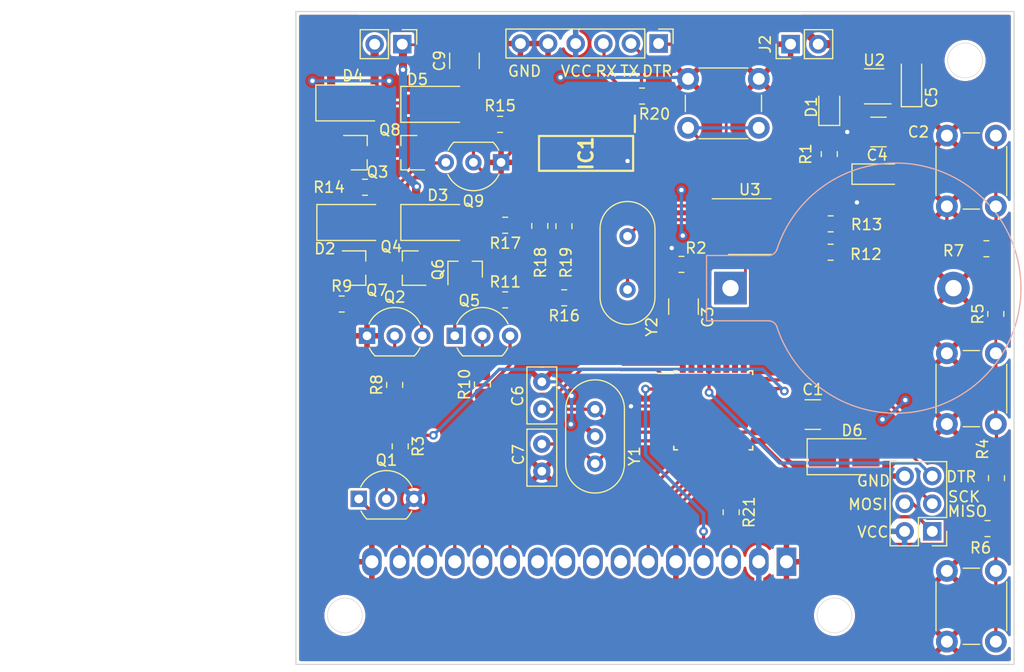
<source format=kicad_pcb>
(kicad_pcb (version 20171130) (host pcbnew 5.99.0+really5.1.10+dfsg1-1)
  (layers (0 F.Cu signal) (31 B.Cu signal) (34 B.Paste user) (35 F.Paste user) (36 B.SilkS user) (37 F.SilkS user) (38 B.Mask user) (39 F.Mask user) (44 Edge.Cuts user))
  (net 0 "")
  (net 1 GND)
  (net 2 "Net-(C1-Pad1)")
  (net 3 VCC)
  (net 4 RAW)
  (net 5 "Net-(D1-Pad1)")
  (net 6 D10)
  (net 7 Rx0)
  (net 8 Tx0)
  (net 9 "Net-(U2-Pad4)")
  (net 10 D2)
  (net 11 SCL)
  (net 12 SDA)
  (net 13 A3)
  (net 14 A2)
  (net 15 A1)
  (net 16 A0)
  (net 17 D9)
  (net 18 D8)
  (net 19 D7)
  (net 20 D6)
  (net 21 D5)
  (net 22 D4)
  (net 23 D3)
  (net 24 A7)
  (net 25 A6)
  (net 26 "Net-(C6-Pad1)")
  (net 27 "Net-(C7-Pad1)")
  (net 28 D11)
  (net 29 "Net-(DS1-Pad15)")
  (net 30 "Net-(DS1-Pad10)")
  (net 31 "Net-(DS1-Pad9)")
  (net 32 "Net-(DS1-Pad8)")
  (net 33 "Net-(DS1-Pad7)")
  (net 34 "Net-(DS1-Pad3)")
  (net 35 "Net-(C9-Pad2)")
  (net 36 "Net-(C9-Pad1)")
  (net 37 "Net-(D3-Pad2)")
  (net 38 "Net-(IC1-Pad12)")
  (net 39 "Net-(IC1-Pad11)")
  (net 40 "Net-(IC1-Pad10)")
  (net 41 "Net-(IC1-Pad5)")
  (net 42 "Net-(IC1-Pad3)")
  (net 43 "Net-(IC1-Pad2)")
  (net 44 "Net-(IC1-Pad1)")
  (net 45 D12)
  (net 46 D13)
  (net 47 "Net-(Q2-Pad3)")
  (net 48 Gate1)
  (net 49 "Net-(Q5-Pad1)")
  (net 50 "Net-(Q5-Pad2)")
  (net 51 Gate2)
  (net 52 "Net-(R4-Pad2)")
  (net 53 "Net-(R5-Pad2)")
  (net 54 "Net-(U3-Pad7)")
  (net 55 "Net-(U3-Pad2)")
  (net 56 "Net-(U3-Pad1)")
  (net 57 "Net-(BT1-Pad1)")
  (net 58 DTR_ICSP)
  (net 59 DTR_FTDI)
  (net 60 "Net-(Q3-Pad1)")
  (net 61 "Net-(J8-Pad3)")
  (net 62 "Net-(Q1-Pad2)")
  (module Package_TO_SOT_THT:TO-92_Inline_Wide (layer F.Cu) (at 104.775 85.7885)
    (fp_text reference Q1 (at 2.54 -3.56) (layer F.SilkS))
    (fp_text value 2N3904)
    (pad 1 thru_hole rect (at 0 0) (size 1.5 1.5) (drill 0.8) (layers *.Cu *.Mask) (net 29 "Net-(DS1-Pad15)"))
    (pad 3 thru_hole circle (at 5.08 0) (size 1.5 1.5) (drill 0.8) (layers *.Cu *.Mask) (net 3 VCC))
    (pad 2 thru_hole circle (at 2.54 0) (size 1.5 1.5) (drill 0.8) (layers *.Cu *.Mask) (net 62 "Net-(Q1-Pad2)"))
  )
  (module Resistor_SMD:R_0805_2012Metric (layer F.Cu) (at 139.0015 87.0185 270)
    (fp_text reference R21 (at 0 -1.65 90) (layer F.SilkS))
    (fp_text value 4.7k)
    (pad 2 smd roundrect (at 0.9125 0 270) (size 1.025 1.4) (layers F.Cu F.Paste F.Mask) (roundrect_rratio 0.243902) (net 34 "Net-(DS1-Pad3)"))
    (pad 1 smd roundrect (at -0.9125 0 270) (size 1.025 1.4) (layers F.Cu F.Paste F.Mask) (roundrect_rratio 0.243902) (net 1 GND))
  )
  (module Connector_PinHeader_2.54mm:PinHeader_1x06_P2.54mm_Vertical (layer F.Cu) (at 132.334 43.942 270)
    (fp_text reference J8 hide)
    (fp_text value Conn_01x06)
    (pad 6 thru_hole oval (at 0 12.7 270) (size 1.7 1.7) (drill 1) (layers *.Cu *.Mask) (net 1 GND))
    (pad 5 thru_hole oval (at 0 10.16 270) (size 1.7 1.7) (drill 1) (layers *.Cu *.Mask) (net 1 GND))
    (pad 4 thru_hole oval (at 0 7.62 270) (size 1.7 1.7) (drill 1) (layers *.Cu *.Mask) (net 3 VCC))
    (pad 3 thru_hole oval (at 0 5.08 270) (size 1.7 1.7) (drill 1) (layers *.Cu *.Mask) (net 61 "Net-(J8-Pad3)"))
    (pad 2 thru_hole oval (at 0 2.54 270) (size 1.7 1.7) (drill 1) (layers *.Cu *.Mask) (net 8 Tx0))
    (pad 1 thru_hole rect (at 0 0 270) (size 1.7 1.7) (drill 1) (layers *.Cu *.Mask) (net 59 DTR_FTDI))
  )
  (module Diode_SMD:D_SMA (layer F.Cu) (at 149.3835 81.915)
    (fp_text reference D6 (at 0.7305 -2.413) (layer F.SilkS))
    (fp_text value D)
    (pad 2 smd rect (at 2 0) (size 2.5 1.8) (layers F.Cu F.Paste F.Mask) (net 58 DTR_ICSP))
    (pad 1 smd rect (at -2 0) (size 2.5 1.8) (layers F.Cu F.Paste F.Mask) (net 3 VCC))
  )
  (module Capacitor_SMD:C_1210_3225Metric (layer F.Cu) (at 114.4905 45.5295 90)
    (fp_text reference C9 (at 0 -2.3 90) (layer F.SilkS))
    (fp_text value 0.1u)
    (pad 2 smd roundrect (at 1.475 0 90) (size 1.15 2.7) (layers F.Cu F.Paste F.Mask) (roundrect_rratio 0.2173904347826087) (net 35 "Net-(C9-Pad2)"))
    (pad 1 smd roundrect (at -1.475 0 90) (size 1.15 2.7) (layers F.Cu F.Paste F.Mask) (roundrect_rratio 0.2173904347826087) (net 36 "Net-(C9-Pad1)"))
  )
  (module Display:WC1602A (layer F.Cu) (at 144.0815 91.567 180)
    (fp_text reference DS1)
    (fp_text value WC1602A)
    (pad 16 thru_hole oval (at 38.1 0 180) (size 1.8 2.6) (drill 1.2) (layers *.Cu *.Mask) (net 1 GND))
    (pad 15 thru_hole oval (at 35.56 0 180) (size 1.8 2.6) (drill 1.2) (layers *.Cu *.Mask) (net 29 "Net-(DS1-Pad15)"))
    (pad 14 thru_hole oval (at 33.02 0 180) (size 1.8 2.6) (drill 1.2) (layers *.Cu *.Mask) (net 21 D5))
    (pad 13 thru_hole oval (at 30.48 0 180) (size 1.8 2.6) (drill 1.2) (layers *.Cu *.Mask) (net 20 D6))
    (pad 12 thru_hole oval (at 27.94 0 180) (size 1.8 2.6) (drill 1.2) (layers *.Cu *.Mask) (net 19 D7))
    (pad 11 thru_hole oval (at 25.4 0 180) (size 1.8 2.6) (drill 1.2) (layers *.Cu *.Mask) (net 18 D8))
    (pad 10 thru_hole oval (at 22.86 0 180) (size 1.8 2.6) (drill 1.2) (layers *.Cu *.Mask) (net 30 "Net-(DS1-Pad10)"))
    (pad 9 thru_hole oval (at 20.32 0 180) (size 1.8 2.6) (drill 1.2) (layers *.Cu *.Mask) (net 31 "Net-(DS1-Pad9)"))
    (pad 8 thru_hole oval (at 17.78 0 180) (size 1.8 2.6) (drill 1.2) (layers *.Cu *.Mask) (net 32 "Net-(DS1-Pad8)"))
    (pad 7 thru_hole oval (at 15.24 0 180) (size 1.8 2.6) (drill 1.2) (layers *.Cu *.Mask) (net 33 "Net-(DS1-Pad7)"))
    (pad 6 thru_hole oval (at 12.7 0 180) (size 1.8 2.6) (drill 1.2) (layers *.Cu *.Mask) (net 17 D9))
    (pad 5 thru_hole oval (at 10.16 0 180) (size 1.8 2.6) (drill 1.2) (layers *.Cu *.Mask) (net 1 GND))
    (pad 4 thru_hole oval (at 7.62 0 180) (size 1.8 2.6) (drill 1.2) (layers *.Cu *.Mask) (net 22 D4))
    (pad 3 thru_hole oval (at 5.08 0 180) (size 1.8 2.6) (drill 1.2) (layers *.Cu *.Mask) (net 34 "Net-(DS1-Pad3)"))
    (pad 2 thru_hole oval (at 2.54 0 180) (size 1.8 2.6) (drill 1.2) (layers *.Cu *.Mask) (net 3 VCC))
    (pad 1 thru_hole rect (at 0 0 180) (size 1.8 2.6) (drill 1.2) (layers *.Cu *.Mask) (net 1 GND))
  )
  (module Package_SO:SOIC-8_3.9x4.9mm_P1.27mm (layer F.Cu) (at 140.7145 60.7695)
    (fp_text reference U3 (at 0 -3.4) (layer F.SilkS))
    (fp_text value DS1307)
    (pad 8 smd roundrect (at 2.475 -1.905) (size 1.95 0.6) (layers F.Cu F.Paste F.Mask) (net 3 VCC))
    (pad 7 smd roundrect (at 2.475 -0.635) (size 1.95 0.6) (layers F.Cu F.Paste F.Mask) (net 54 "Net-(U3-Pad7)"))
    (pad 6 smd roundrect (at 2.475 0.635) (size 1.95 0.6) (layers F.Cu F.Paste F.Mask) (net 11 SCL))
    (pad 5 smd roundrect (at 2.475 1.905) (size 1.95 0.6) (layers F.Cu F.Paste F.Mask) (net 12 SDA))
    (pad 4 smd roundrect (at -2.475 1.905) (size 1.95 0.6) (layers F.Cu F.Paste F.Mask) (net 1 GND))
    (pad 3 smd roundrect (at -2.475 0.635) (size 1.95 0.6) (layers F.Cu F.Paste F.Mask) (net 57 "Net-(BT1-Pad1)"))
    (pad 2 smd roundrect (at -2.475 -0.635) (size 1.95 0.6) (layers F.Cu F.Paste F.Mask) (net 55 "Net-(U3-Pad2)"))
    (pad 1 smd roundrect (at -2.475 -1.905) (size 1.95 0.6) (layers F.Cu F.Paste F.Mask) (net 56 "Net-(U3-Pad1)"))
  )
  (module Resistor_SMD:R_0805_2012Metric (layer F.Cu) (at 130.81 48.768)
    (fp_text reference R20 (at 1.143 1.651) (layer F.SilkS))
    (fp_text value 10K)
    (pad 2 smd roundrect (at 0.9125 0) (size 1.025 1.4) (layers F.Cu F.Paste F.Mask) (roundrect_rratio 0.2439004878048781) (net 7 Rx0))
    (pad 1 smd roundrect (at -0.9125 0) (size 1.025 1.4) (layers F.Cu F.Paste F.Mask) (roundrect_rratio 0.2439004878048781) (net 61 "Net-(J8-Pad3)"))
  )
  (module Connector_PinHeader_2.54mm:PinHeader_2x03_P2.54mm_Vertical (layer F.Cu) (at 157.48 88.773 180)
    (fp_text reference J3 hide)
    (fp_text value Conn_02x03_Odd_Even)
    (pad 6 thru_hole oval (at 2.54 5.08 180) (size 1.7 1.7) (drill 1) (layers *.Cu *.Mask) (net 1 GND))
    (pad 5 thru_hole oval (at 0 5.08 180) (size 1.7 1.7) (drill 1) (layers *.Cu *.Mask) (net 58 DTR_ICSP))
    (pad 4 thru_hole oval (at 2.54 2.54 180) (size 1.7 1.7) (drill 1) (layers *.Cu *.Mask) (net 28 D11))
    (pad 3 thru_hole oval (at 0 2.54 180) (size 1.7 1.7) (drill 1) (layers *.Cu *.Mask) (net 46 D13))
    (pad 2 thru_hole oval (at 2.54 0 180) (size 1.7 1.7) (drill 1) (layers *.Cu *.Mask) (net 3 VCC))
    (pad 1 thru_hole rect (at 0 0 180) (size 1.7 1.7) (drill 1) (layers *.Cu *.Mask) (net 45 D12))
  )
  (module Battery:BatteryHolder_Keystone_103_1x20mm (layer B.Cu) (at 138.938 66.421)
    (fp_text reference BT1 hide)
    (fp_text value Battery_Cell)
    (pad 1 thru_hole rect (at 0 0) (size 3 3) (drill 1.5) (layers *.Cu *.Mask) (net 57 "Net-(BT1-Pad1)"))
    (pad 2 thru_hole circle (at 20.49 0) (size 3 3) (drill 1.5) (layers *.Cu *.Mask) (net 1 GND))
  )
  (module Crystal:Crystal_HC18-U_Vertical (layer F.Cu) (at 129.4765 61.6585 270)
    (fp_text reference Y2 (at 8.3185 -2.2225 90) (layer F.SilkS))
    (fp_text value 32.768KHz)
    (pad 2 thru_hole circle (at 4.9 0 270) (size 1.5 1.5) (drill 0.8) (layers *.Cu *.Mask) (net 55 "Net-(U3-Pad2)"))
    (pad 1 thru_hole circle (at 0 0 270) (size 1.5 1.5) (drill 0.8) (layers *.Cu *.Mask) (net 56 "Net-(U3-Pad1)"))
  )
  (module Crystal:Resonator-3Pin_W10.0mm_H5.0mm (layer F.Cu) (at 126.492 82.55 90)
    (fp_text reference Y1 (at 0.6985 3.6195 90) (layer F.SilkS))
    (fp_text value 8/16MHz)
    (pad 3 thru_hole circle (at 5 0 90) (size 1.5 1.5) (drill 0.8) (layers *.Cu *.Mask) (net 26 "Net-(C6-Pad1)"))
    (pad 2 thru_hole circle (at 2.5 0 90) (size 1.5 1.5) (drill 0.8) (layers *.Cu *.Mask) (net 1 GND))
    (pad 1 thru_hole circle (at 0 0 90) (size 1.5 1.5) (drill 0.8) (layers *.Cu *.Mask) (net 27 "Net-(C7-Pad1)"))
  )
  (module Package_TO_SOT_SMD:SOT-23-5 (layer F.Cu) (at 152.146 47.879 180)
    (fp_text reference U2 (at 0 2.413) (layer F.SilkS))
    (fp_text value MIC5205-5.0YM5)
    (pad 5 smd rect (at 1.1 -0.95 180) (size 1.06 0.65) (layers F.Cu F.Paste F.Mask) (net 3 VCC))
    (pad 4 smd rect (at 1.1 0.95 180) (size 1.06 0.65) (layers F.Cu F.Paste F.Mask) (net 9 "Net-(U2-Pad4)"))
    (pad 3 smd rect (at -1.1 0.95 180) (size 1.06 0.65) (layers F.Cu F.Paste F.Mask) (net 4 RAW))
    (pad 2 smd rect (at -1.1 0 180) (size 1.06 0.65) (layers F.Cu F.Paste F.Mask) (net 1 GND))
    (pad 1 smd rect (at -1.1 -0.95 180) (size 1.06 0.65) (layers F.Cu F.Paste F.Mask) (net 4 RAW))
  )
  (module Package_QFP:TQFP-32_7x7mm_P0.8mm (layer F.Cu) (at 137.3565 77.656)
    (fp_text reference U1 hide)
    (fp_text value ATmega328P-AU)
    (pad 32 smd rect (at -2.8 -4.25 90) (size 1.6 0.55) (layers F.Cu F.Paste F.Mask) (net 10 D2))
    (pad 31 smd rect (at -2 -4.25 90) (size 1.6 0.55) (layers F.Cu F.Paste F.Mask) (net 8 Tx0))
    (pad 30 smd rect (at -1.2 -4.25 90) (size 1.6 0.55) (layers F.Cu F.Paste F.Mask) (net 7 Rx0))
    (pad 29 smd rect (at -0.4 -4.25 90) (size 1.6 0.55) (layers F.Cu F.Paste F.Mask) (net 58 DTR_ICSP))
    (pad 28 smd rect (at 0.4 -4.25 90) (size 1.6 0.55) (layers F.Cu F.Paste F.Mask) (net 11 SCL))
    (pad 27 smd rect (at 1.2 -4.25 90) (size 1.6 0.55) (layers F.Cu F.Paste F.Mask) (net 12 SDA))
    (pad 26 smd rect (at 2 -4.25 90) (size 1.6 0.55) (layers F.Cu F.Paste F.Mask) (net 13 A3))
    (pad 25 smd rect (at 2.8 -4.25 90) (size 1.6 0.55) (layers F.Cu F.Paste F.Mask) (net 14 A2))
    (pad 24 smd rect (at 4.25 -2.8) (size 1.6 0.55) (layers F.Cu F.Paste F.Mask) (net 15 A1))
    (pad 23 smd rect (at 4.25 -2) (size 1.6 0.55) (layers F.Cu F.Paste F.Mask) (net 16 A0))
    (pad 22 smd rect (at 4.25 -1.2) (size 1.6 0.55) (layers F.Cu F.Paste F.Mask) (net 24 A7))
    (pad 21 smd rect (at 4.25 -0.4) (size 1.6 0.55) (layers F.Cu F.Paste F.Mask) (net 1 GND))
    (pad 20 smd rect (at 4.25 0.4) (size 1.6 0.55) (layers F.Cu F.Paste F.Mask) (net 2 "Net-(C1-Pad1)"))
    (pad 19 smd rect (at 4.25 1.2) (size 1.6 0.55) (layers F.Cu F.Paste F.Mask) (net 25 A6))
    (pad 18 smd rect (at 4.25 2) (size 1.6 0.55) (layers F.Cu F.Paste F.Mask) (net 3 VCC))
    (pad 17 smd rect (at 4.25 2.8) (size 1.6 0.55) (layers F.Cu F.Paste F.Mask) (net 46 D13))
    (pad 16 smd rect (at 2.8 4.25 90) (size 1.6 0.55) (layers F.Cu F.Paste F.Mask) (net 45 D12))
    (pad 15 smd rect (at 2 4.25 90) (size 1.6 0.55) (layers F.Cu F.Paste F.Mask) (net 28 D11))
    (pad 14 smd rect (at 1.2 4.25 90) (size 1.6 0.55) (layers F.Cu F.Paste F.Mask) (net 6 D10))
    (pad 13 smd rect (at 0.4 4.25 90) (size 1.6 0.55) (layers F.Cu F.Paste F.Mask) (net 17 D9))
    (pad 12 smd rect (at -0.4 4.25 90) (size 1.6 0.55) (layers F.Cu F.Paste F.Mask) (net 18 D8))
    (pad 11 smd rect (at -1.2 4.25 90) (size 1.6 0.55) (layers F.Cu F.Paste F.Mask) (net 19 D7))
    (pad 10 smd rect (at -2 4.25 90) (size 1.6 0.55) (layers F.Cu F.Paste F.Mask) (net 20 D6))
    (pad 9 smd rect (at -2.8 4.25 90) (size 1.6 0.55) (layers F.Cu F.Paste F.Mask) (net 21 D5))
    (pad 8 smd rect (at -4.25 2.8) (size 1.6 0.55) (layers F.Cu F.Paste F.Mask) (net 27 "Net-(C7-Pad1)"))
    (pad 7 smd rect (at -4.25 2) (size 1.6 0.55) (layers F.Cu F.Paste F.Mask) (net 26 "Net-(C6-Pad1)"))
    (pad 6 smd rect (at -4.25 1.2) (size 1.6 0.55) (layers F.Cu F.Paste F.Mask) (net 3 VCC))
    (pad 5 smd rect (at -4.25 0.4) (size 1.6 0.55) (layers F.Cu F.Paste F.Mask) (net 1 GND))
    (pad 4 smd rect (at -4.25 -0.4) (size 1.6 0.55) (layers F.Cu F.Paste F.Mask) (net 3 VCC))
    (pad 3 smd rect (at -4.25 -1.2) (size 1.6 0.55) (layers F.Cu F.Paste F.Mask) (net 1 GND))
    (pad 2 smd rect (at -4.25 -2) (size 1.6 0.55) (layers F.Cu F.Paste F.Mask) (net 22 D4))
    (pad 1 smd rect (at -4.25 -2.8) (size 1.6 0.55) (layers F.Cu F.Paste F.Mask) (net 23 D3))
  )
  (module Button_Switch_THT:SW_PUSH_6mm_H5mm (layer F.Cu) (at 158.8265 58.9075 90)
    (fp_text reference SW4 hide)
    (fp_text value Close)
    (pad 1 thru_hole circle (at 6.5 0 180) (size 2 2) (drill 1.1) (layers *.Cu *.Mask) (net 1 GND))
    (pad 2 thru_hole circle (at 6.5 4.5 180) (size 2 2) (drill 1.1) (layers *.Cu *.Mask) (net 53 "Net-(R5-Pad2)"))
    (pad 1 thru_hole circle (at 0 0 180) (size 2 2) (drill 1.1) (layers *.Cu *.Mask) (net 1 GND))
    (pad 2 thru_hole circle (at 0 4.5 180) (size 2 2) (drill 1.1) (layers *.Cu *.Mask) (net 53 "Net-(R5-Pad2)"))
  )
  (module Button_Switch_THT:SW_PUSH_6mm_H5mm (layer F.Cu) (at 158.8265 78.9075 90)
    (fp_text reference SW3 hide)
    (fp_text value Menu)
    (pad 1 thru_hole circle (at 6.5 0 180) (size 2 2) (drill 1.1) (layers *.Cu *.Mask) (net 1 GND))
    (pad 2 thru_hole circle (at 6.5 4.5 180) (size 2 2) (drill 1.1) (layers *.Cu *.Mask) (net 52 "Net-(R4-Pad2)"))
    (pad 1 thru_hole circle (at 0 0 180) (size 2 2) (drill 1.1) (layers *.Cu *.Mask) (net 1 GND))
    (pad 2 thru_hole circle (at 0 4.5 180) (size 2 2) (drill 1.1) (layers *.Cu *.Mask) (net 52 "Net-(R4-Pad2)"))
  )
  (module Button_Switch_THT:SW_PUSH_6mm_H5mm (layer F.Cu) (at 158.8265 98.9075 90)
    (fp_text reference SW2 hide)
    (fp_text value Open)
    (pad 1 thru_hole circle (at 6.5 0 180) (size 2 2) (drill 1.1) (layers *.Cu *.Mask) (net 1 GND))
    (pad 2 thru_hole circle (at 6.5 4.5 180) (size 2 2) (drill 1.1) (layers *.Cu *.Mask) (net 15 A1))
    (pad 1 thru_hole circle (at 0 0 180) (size 2 2) (drill 1.1) (layers *.Cu *.Mask) (net 1 GND))
    (pad 2 thru_hole circle (at 0 4.5 180) (size 2 2) (drill 1.1) (layers *.Cu *.Mask) (net 15 A1))
  )
  (module Button_Switch_THT:SW_PUSH_6mm_H5mm (layer F.Cu) (at 141.5415 51.689 180)
    (fp_text reference SW1 hide)
    (fp_text value Reset)
    (pad 1 thru_hole circle (at 6.5 0 270) (size 2 2) (drill 1.1) (layers *.Cu *.Mask) (net 58 DTR_ICSP))
    (pad 2 thru_hole circle (at 6.5 4.5 270) (size 2 2) (drill 1.1) (layers *.Cu *.Mask) (net 1 GND))
    (pad 1 thru_hole circle (at 0 0 270) (size 2 2) (drill 1.1) (layers *.Cu *.Mask) (net 58 DTR_ICSP))
    (pad 2 thru_hole circle (at 0 4.5 270) (size 2 2) (drill 1.1) (layers *.Cu *.Mask) (net 1 GND))
  )
  (module Resistor_SMD:R_0805_2012Metric (layer F.Cu) (at 123.6345 60.7295 90)
    (fp_text reference R19 (at -3.342 0.1905 90) (layer F.SilkS))
    (fp_text value 2.2k)
    (pad 2 smd roundrect (at 0.9125 0 90) (size 1.025 1.4) (layers F.Cu F.Paste F.Mask) (roundrect_rratio 0.2439004878048781) (net 41 "Net-(IC1-Pad5)"))
    (pad 1 smd roundrect (at -0.9125 0 90) (size 1.025 1.4) (layers F.Cu F.Paste F.Mask) (roundrect_rratio 0.2439004878048781) (net 10 D2))
  )
  (module Resistor_SMD:R_0805_2012Metric (layer F.Cu) (at 121.412 60.706 90)
    (fp_text reference R18 (at -3.3655 0.0635 90) (layer F.SilkS))
    (fp_text value 10k)
    (pad 2 smd roundrect (at 0.9125 0 90) (size 1.025 1.4) (layers F.Cu F.Paste F.Mask) (roundrect_rratio 0.2439004878048781) (net 41 "Net-(IC1-Pad5)"))
    (pad 1 smd roundrect (at -0.9125 0 90) (size 1.025 1.4) (layers F.Cu F.Paste F.Mask) (roundrect_rratio 0.2439004878048781) (net 1 GND))
  )
  (module Resistor_SMD:R_0805_2012Metric (layer F.Cu) (at 118.237 60.6425 180)
    (fp_text reference R17 (at 0 -1.65) (layer F.SilkS))
    (fp_text value 2.2k)
    (pad 2 smd roundrect (at 0.9125 0 180) (size 1.025 1.4) (layers F.Cu F.Paste F.Mask) (roundrect_rratio 0.2439004878048781) (net 51 Gate2))
    (pad 1 smd roundrect (at -0.9125 0 180) (size 1.025 1.4) (layers F.Cu F.Paste F.Mask) (roundrect_rratio 0.2439004878048781) (net 40 "Net-(IC1-Pad10)"))
  )
  (module Resistor_SMD:R_0805_2012Metric (layer F.Cu) (at 123.658 67.31 180)
    (fp_text reference R16 (at 0 -1.65) (layer F.SilkS))
    (fp_text value 2.2k)
    (pad 2 smd roundrect (at 0.9125 0 180) (size 1.025 1.4) (layers F.Cu F.Paste F.Mask) (roundrect_rratio 0.2439004878048781) (net 48 Gate1))
    (pad 1 smd roundrect (at -0.9125 0 180) (size 1.025 1.4) (layers F.Cu F.Paste F.Mask) (roundrect_rratio 0.2439004878048781) (net 39 "Net-(IC1-Pad11)"))
  )
  (module Resistor_SMD:R_0805_2012Metric (layer F.Cu) (at 117.769 51.3715 180)
    (fp_text reference R15 (at 0 1.7145) (layer F.SilkS))
    (fp_text value 10k)
    (pad 2 smd roundrect (at 0.9125 0 180) (size 1.025 1.4) (layers F.Cu F.Paste F.Mask) (roundrect_rratio 0.2439004878048781) (net 51 Gate2))
    (pad 1 smd roundrect (at -0.9125 0 180) (size 1.025 1.4) (layers F.Cu F.Paste F.Mask) (roundrect_rratio 0.2439004878048781) (net 1 GND))
  )
  (module Resistor_SMD:R_0805_2012Metric (layer F.Cu) (at 105.3465 57.15)
    (fp_text reference R14 (at -3.302 0) (layer F.SilkS))
    (fp_text value 10k)
    (pad 2 smd roundrect (at 0.9125 0) (size 1.025 1.4) (layers F.Cu F.Paste F.Mask) (roundrect_rratio 0.2439004878048781) (net 60 "Net-(Q3-Pad1)"))
    (pad 1 smd roundrect (at -0.9125 0) (size 1.025 1.4) (layers F.Cu F.Paste F.Mask) (roundrect_rratio 0.2439004878048781) (net 4 RAW))
  )
  (module Resistor_SMD:R_0805_2012Metric (layer F.Cu) (at 148.1455 60.5155 180)
    (fp_text reference R13 (at -3.302 -0.0635) (layer F.SilkS))
    (fp_text value 10K)
    (pad 2 smd roundrect (at 0.9125 0 180) (size 1.025 1.4) (layers F.Cu F.Paste F.Mask) (roundrect_rratio 0.2439004878048781) (net 11 SCL))
    (pad 1 smd roundrect (at -0.9125 0 180) (size 1.025 1.4) (layers F.Cu F.Paste F.Mask) (roundrect_rratio 0.2439004878048781) (net 3 VCC))
  )
  (module Resistor_SMD:R_0805_2012Metric (layer F.Cu) (at 148.1455 63.119 180)
    (fp_text reference R12 (at -3.2385 -0.1905) (layer F.SilkS))
    (fp_text value 10K)
    (pad 2 smd roundrect (at 0.9125 0 180) (size 1.025 1.4) (layers F.Cu F.Paste F.Mask) (roundrect_rratio 0.2439004878048781) (net 12 SDA))
    (pad 1 smd roundrect (at -0.9125 0 180) (size 1.025 1.4) (layers F.Cu F.Paste F.Mask) (roundrect_rratio 0.2439004878048781) (net 3 VCC))
  )
  (module Resistor_SMD:R_0805_2012Metric (layer F.Cu) (at 118.237 67.5005)
    (fp_text reference R11 (at 0 -1.65) (layer F.SilkS))
    (fp_text value 10k)
    (pad 2 smd roundrect (at 0.9125 0) (size 1.025 1.4) (layers F.Cu F.Paste F.Mask) (roundrect_rratio 0.2439004878048781) (net 1 GND))
    (pad 1 smd roundrect (at -0.9125 0) (size 1.025 1.4) (layers F.Cu F.Paste F.Mask) (roundrect_rratio 0.2439004878048781) (net 49 "Net-(Q5-Pad1)"))
  )
  (module Resistor_SMD:R_0805_2012Metric (layer F.Cu) (at 116.1415 75.271 90)
    (fp_text reference R10 (at 0 -1.65 90) (layer F.SilkS))
    (fp_text value 2.2k)
    (pad 2 smd roundrect (at 0.9125 0 90) (size 1.025 1.4) (layers F.Cu F.Paste F.Mask) (roundrect_rratio 0.2439004878048781) (net 50 "Net-(Q5-Pad2)"))
    (pad 1 smd roundrect (at -0.9125 0 90) (size 1.025 1.4) (layers F.Cu F.Paste F.Mask) (roundrect_rratio 0.2439004878048781) (net 23 D3))
  )
  (module Resistor_SMD:R_0805_2012Metric (layer F.Cu) (at 103.211 67.8815)
    (fp_text reference R9 (at 0 -1.65) (layer F.SilkS))
    (fp_text value 10k)
    (pad 2 smd roundrect (at 0.9125 0) (size 1.025 1.4) (layers F.Cu F.Paste F.Mask) (roundrect_rratio 0.2439004878048781) (net 47 "Net-(Q2-Pad3)"))
    (pad 1 smd roundrect (at -0.9125 0) (size 1.025 1.4) (layers F.Cu F.Paste F.Mask) (roundrect_rratio 0.2439004878048781) (net 4 RAW))
  )
  (module Resistor_SMD:R_0805_2012Metric (layer F.Cu) (at 108.077 75.311 90)
    (fp_text reference R8 (at 0 -1.65 90) (layer F.SilkS))
    (fp_text value 10k)
    (pad 2 smd roundrect (at 0.9125 0 90) (size 1.025 1.4) (layers F.Cu F.Paste F.Mask) (roundrect_rratio 0.2439004878048781) (net 48 Gate1))
    (pad 1 smd roundrect (at -0.9125 0 90) (size 1.025 1.4) (layers F.Cu F.Paste F.Mask) (roundrect_rratio 0.2439004878048781) (net 1 GND))
  )
  (module Resistor_SMD:R_0805_2012Metric (layer F.Cu) (at 162.4565 62.8015 180)
    (fp_text reference R7 (at 3.0245 -0.1905) (layer F.SilkS))
    (fp_text value 100R)
    (pad 2 smd roundrect (at 0.9125 0 180) (size 1.025 1.4) (layers F.Cu F.Paste F.Mask) (roundrect_rratio 0.2439004878048781) (net 1 GND))
    (pad 1 smd roundrect (at -0.9125 0 180) (size 1.025 1.4) (layers F.Cu F.Paste F.Mask) (roundrect_rratio 0.2439004878048781) (net 53 "Net-(R5-Pad2)"))
  )
  (module Resistor_SMD:R_0805_2012Metric (layer F.Cu) (at 162.56 88.519)
    (fp_text reference R6 (at -0.635 1.778) (layer F.SilkS))
    (fp_text value 10K)
    (pad 2 smd roundrect (at 0.9125 0) (size 1.025 1.4) (layers F.Cu F.Paste F.Mask) (roundrect_rratio 0.2439004878048781) (net 15 A1))
    (pad 1 smd roundrect (at -0.9125 0) (size 1.025 1.4) (layers F.Cu F.Paste F.Mask) (roundrect_rratio 0.2439004878048781) (net 3 VCC))
  )
  (module Resistor_SMD:R_0805_2012Metric (layer F.Cu) (at 163.322 68.794 90)
    (fp_text reference R5 (at 0 -1.65 90) (layer F.SilkS))
    (fp_text value 100R)
    (pad 2 smd roundrect (at 0.9125 0 90) (size 1.025 1.4) (layers F.Cu F.Paste F.Mask) (roundrect_rratio 0.2439004878048781) (net 53 "Net-(R5-Pad2)"))
    (pad 1 smd roundrect (at -0.9125 0 90) (size 1.025 1.4) (layers F.Cu F.Paste F.Mask) (roundrect_rratio 0.2439004878048781) (net 52 "Net-(R4-Pad2)"))
  )
  (module Resistor_SMD:R_0805_2012Metric (layer F.Cu) (at 163.3855 83.8835 90)
    (fp_text reference R4 (at 2.667 -1.27 90) (layer F.SilkS))
    (fp_text value 100R)
    (pad 2 smd roundrect (at 0.9125 0 90) (size 1.025 1.4) (layers F.Cu F.Paste F.Mask) (roundrect_rratio 0.2439004878048781) (net 52 "Net-(R4-Pad2)"))
    (pad 1 smd roundrect (at -0.9125 0 90) (size 1.025 1.4) (layers F.Cu F.Paste F.Mask) (roundrect_rratio 0.2439004878048781) (net 15 A1))
  )
  (module Resistor_SMD:R_0805_2012Metric (layer F.Cu) (at 108.585 80.9625 270)
    (fp_text reference R3 (at 0 -1.65 90) (layer F.SilkS))
    (fp_text value 120R)
    (pad 2 smd roundrect (at 0.9125 0 270) (size 1.025 1.4) (layers F.Cu F.Paste F.Mask) (roundrect_rratio 0.2439004878048781) (net 62 "Net-(Q1-Pad2)"))
    (pad 1 smd roundrect (at -0.9125 0 270) (size 1.025 1.4) (layers F.Cu F.Paste F.Mask) (roundrect_rratio 0.2439004878048781) (net 16 A0))
  )
  (module Resistor_SMD:R_0805_2012Metric (layer F.Cu) (at 134.4295 64.2385 180)
    (fp_text reference R2 (at -1.3335 1.5005) (layer F.SilkS))
    (fp_text value 10K)
    (pad 2 smd roundrect (at 0.9125 0 180) (size 1.025 1.4) (layers F.Cu F.Paste F.Mask) (roundrect_rratio 0.2439004878048781) (net 3 VCC))
    (pad 1 smd roundrect (at -0.9125 0 180) (size 1.025 1.4) (layers F.Cu F.Paste F.Mask) (roundrect_rratio 0.2439004878048781) (net 58 DTR_ICSP))
  )
  (module Resistor_SMD:R_0805_2012Metric (layer F.Cu) (at 148.0185 54.102 270)
    (fp_text reference R1 (at 0 2.159 90) (layer F.SilkS))
    (fp_text value 10K)
    (pad 2 smd roundrect (at 0.9125 0 270) (size 1.025 1.4) (layers F.Cu F.Paste F.Mask) (roundrect_rratio 0.2439004878048781) (net 1 GND))
    (pad 1 smd roundrect (at -0.9125 0 270) (size 1.025 1.4) (layers F.Cu F.Paste F.Mask) (roundrect_rratio 0.2439004878048781) (net 5 "Net-(D1-Pad1)"))
  )
  (module Package_TO_SOT_THT:TO-92_Inline_Wide (layer F.Cu) (at 117.856 54.864 180)
    (fp_text reference Q9 (at 2.54 -3.56) (layer F.SilkS))
    (fp_text value 2N3904)
    (pad 1 thru_hole rect (at 0 0 180) (size 1.5 1.5) (drill 0.8) (layers *.Cu *.Mask) (net 1 GND))
    (pad 3 thru_hole circle (at 5.08 0 180) (size 1.5 1.5) (drill 0.8) (layers *.Cu *.Mask) (net 60 "Net-(Q3-Pad1)"))
    (pad 2 thru_hole circle (at 2.54 0 180) (size 1.5 1.5) (drill 0.8) (layers *.Cu *.Mask) (net 51 Gate2))
  )
  (module Package_TO_SOT_SMD:SOT-23 (layer F.Cu) (at 109.4105 53.975 180)
    (fp_text reference Q8 (at 1.778 2.0955) (layer F.SilkS))
    (fp_text value AO3400A)
    (pad 3 smd rect (at 1 0 180) (size 0.9 0.8) (layers F.Cu F.Paste F.Mask) (net 36 "Net-(C9-Pad1)"))
    (pad 2 smd rect (at -1 0.95 180) (size 0.9 0.8) (layers F.Cu F.Paste F.Mask) (net 37 "Net-(D3-Pad2)"))
    (pad 1 smd rect (at -1 -0.95 180) (size 0.9 0.8) (layers F.Cu F.Paste F.Mask) (net 60 "Net-(Q3-Pad1)"))
  )
  (module Package_TO_SOT_SMD:SOT-23 (layer F.Cu) (at 104.664 64.5795)
    (fp_text reference Q7 (at 1.778 2.032) (layer F.SilkS))
    (fp_text value AO3401A)
    (pad 3 smd rect (at 1 0) (size 0.9 0.8) (layers F.Cu F.Paste F.Mask) (net 35 "Net-(C9-Pad2)"))
    (pad 2 smd rect (at -1 0.95) (size 0.9 0.8) (layers F.Cu F.Paste F.Mask) (net 4 RAW))
    (pad 1 smd rect (at -1 -0.95) (size 0.9 0.8) (layers F.Cu F.Paste F.Mask) (net 47 "Net-(Q2-Pad3)"))
  )
  (module Package_TO_SOT_SMD:SOT-23 (layer F.Cu) (at 114.554 64.7065 90)
    (fp_text reference Q6 (at 0 -2.5 90) (layer F.SilkS))
    (fp_text value AO3400A)
    (pad 3 smd rect (at 1 0 90) (size 0.9 0.8) (layers F.Cu F.Paste F.Mask) (net 37 "Net-(D3-Pad2)"))
    (pad 2 smd rect (at -1 0.95 90) (size 0.9 0.8) (layers F.Cu F.Paste F.Mask) (net 1 GND))
    (pad 1 smd rect (at -1 -0.95 90) (size 0.9 0.8) (layers F.Cu F.Paste F.Mask) (net 49 "Net-(Q5-Pad1)"))
  )
  (module Package_TO_SOT_THT:TO-92_Inline_Wide (layer F.Cu) (at 113.6015 70.8025)
    (fp_text reference Q5 (at 1.3335 -3.2385) (layer F.SilkS))
    (fp_text value 2N3904)
    (pad 1 thru_hole rect (at 0 0) (size 1.5 1.5) (drill 0.8) (layers *.Cu *.Mask) (net 49 "Net-(Q5-Pad1)"))
    (pad 3 thru_hole circle (at 5.08 0) (size 1.5 1.5) (drill 0.8) (layers *.Cu *.Mask) (net 4 RAW))
    (pad 2 thru_hole circle (at 2.54 0) (size 1.5 1.5) (drill 0.8) (layers *.Cu *.Mask) (net 50 "Net-(Q5-Pad2)"))
  )
  (module Package_TO_SOT_SMD:SOT-23 (layer F.Cu) (at 109.5375 64.5795 180)
    (fp_text reference Q4 (at 1.778 1.9685) (layer F.SilkS))
    (fp_text value AO3400A)
    (pad 3 smd rect (at 1 0 180) (size 0.9 0.8) (layers F.Cu F.Paste F.Mask) (net 35 "Net-(C9-Pad2)"))
    (pad 2 smd rect (at -1 0.95 180) (size 0.9 0.8) (layers F.Cu F.Paste F.Mask) (net 37 "Net-(D3-Pad2)"))
    (pad 1 smd rect (at -1 -0.95 180) (size 0.9 0.8) (layers F.Cu F.Paste F.Mask) (net 47 "Net-(Q2-Pad3)"))
  )
  (module Package_TO_SOT_SMD:SOT-23 (layer F.Cu) (at 104.791 53.975)
    (fp_text reference Q3 (at 1.7145 1.778) (layer F.SilkS))
    (fp_text value AO3401A)
    (pad 3 smd rect (at 1 0) (size 0.9 0.8) (layers F.Cu F.Paste F.Mask) (net 36 "Net-(C9-Pad1)"))
    (pad 2 smd rect (at -1 0.95) (size 0.9 0.8) (layers F.Cu F.Paste F.Mask) (net 4 RAW))
    (pad 1 smd rect (at -1 -0.95) (size 0.9 0.8) (layers F.Cu F.Paste F.Mask) (net 60 "Net-(Q3-Pad1)"))
  )
  (module Package_TO_SOT_THT:TO-92_Inline_Wide (layer F.Cu) (at 105.537 70.8025)
    (fp_text reference Q2 (at 2.54 -3.56) (layer F.SilkS))
    (fp_text value 2N3904)
    (pad 1 thru_hole rect (at 0 0) (size 1.5 1.5) (drill 0.8) (layers *.Cu *.Mask) (net 1 GND))
    (pad 3 thru_hole circle (at 5.08 0) (size 1.5 1.5) (drill 0.8) (layers *.Cu *.Mask) (net 47 "Net-(Q2-Pad3)"))
    (pad 2 thru_hole circle (at 2.54 0) (size 1.5 1.5) (drill 0.8) (layers *.Cu *.Mask) (net 48 Gate1))
  )
  (module Connector_PinHeader_2.54mm:PinHeader_1x02_P2.54mm_Vertical (layer F.Cu) (at 144.4625 44 90)
    (fp_text reference J2 (at 0 -2.33 90) (layer F.SilkS))
    (fp_text value Conn_01x02)
    (pad 2 thru_hole oval (at 0 2.54 90) (size 1.7 1.7) (drill 1) (layers *.Cu *.Mask) (net 4 RAW))
    (pad 1 thru_hole rect (at 0 0 90) (size 1.7 1.7) (drill 1) (layers *.Cu *.Mask) (net 1 GND))
  )
  (module Connector_PinHeader_2.54mm:PinHeader_1x02_P2.54mm_Vertical (layer F.Cu) (at 108.7755 44 270)
    (fp_text reference J1 hide)
    (fp_text value Motor)
    (pad 2 thru_hole oval (at 0 2.54 270) (size 1.7 1.7) (drill 1) (layers *.Cu *.Mask) (net 36 "Net-(C9-Pad1)"))
    (pad 1 thru_hole rect (at 0 0 270) (size 1.7 1.7) (drill 1) (layers *.Cu *.Mask) (net 35 "Net-(C9-Pad2)"))
  )
  (module Custom:SOIC127P600X175-14N (layer F.Cu) (at 125.6665 54.0385 270)
    (fp_text reference IC1 (at 0 0 90) (layer F.SilkS) (effects (font (size 1.27 1.27) (thickness 0.254))))
    (fp_text value CD4011BM96 hide)
    (pad 14 smd rect (at 2.712 -3.81) (size 0.65 1.525) (layers F.Cu F.Paste F.Mask) (net 3 VCC))
    (pad 13 smd rect (at 2.712 -2.54) (size 0.65 1.525) (layers F.Cu F.Paste F.Mask) (net 38 "Net-(IC1-Pad12)"))
    (pad 12 smd rect (at 2.712 -1.27) (size 0.65 1.525) (layers F.Cu F.Paste F.Mask) (net 38 "Net-(IC1-Pad12)"))
    (pad 11 smd rect (at 2.712 0) (size 0.65 1.525) (layers F.Cu F.Paste F.Mask) (net 39 "Net-(IC1-Pad11)"))
    (pad 10 smd rect (at 2.712 1.27) (size 0.65 1.525) (layers F.Cu F.Paste F.Mask) (net 40 "Net-(IC1-Pad10)"))
    (pad 9 smd rect (at 2.712 2.54) (size 0.65 1.525) (layers F.Cu F.Paste F.Mask) (net 41 "Net-(IC1-Pad5)"))
    (pad 8 smd rect (at 2.712 3.81) (size 0.65 1.525) (layers F.Cu F.Paste F.Mask) (net 41 "Net-(IC1-Pad5)"))
    (pad 7 smd rect (at -2.712 3.81) (size 0.65 1.525) (layers F.Cu F.Paste F.Mask) (net 1 GND))
    (pad 6 smd rect (at -2.712 2.54) (size 0.65 1.525) (layers F.Cu F.Paste F.Mask) (net 41 "Net-(IC1-Pad5)"))
    (pad 5 smd rect (at -2.712 1.27) (size 0.65 1.525) (layers F.Cu F.Paste F.Mask) (net 41 "Net-(IC1-Pad5)"))
    (pad 4 smd rect (at -2.712 0) (size 0.65 1.525) (layers F.Cu F.Paste F.Mask) (net 38 "Net-(IC1-Pad12)"))
    (pad 3 smd rect (at -2.712 -1.27) (size 0.65 1.525) (layers F.Cu F.Paste F.Mask) (net 42 "Net-(IC1-Pad3)"))
    (pad 2 smd rect (at -2.712 -2.54) (size 0.65 1.525) (layers F.Cu F.Paste F.Mask) (net 43 "Net-(IC1-Pad2)"))
    (pad 1 smd rect (at -2.712 -3.81) (size 0.65 1.525) (layers F.Cu F.Paste F.Mask) (net 44 "Net-(IC1-Pad1)"))
  )
  (module Diode_SMD:D_SMA (layer F.Cu) (at 112.0455 49.53)
    (fp_text reference D5 (at -1.873 -2.286) (layer F.SilkS))
    (fp_text value S1B)
    (pad 2 smd rect (at 2 0) (size 2.5 1.8) (layers F.Cu F.Paste F.Mask) (net 37 "Net-(D3-Pad2)"))
    (pad 1 smd rect (at -2 0) (size 2.5 1.8) (layers F.Cu F.Paste F.Mask) (net 36 "Net-(C9-Pad1)"))
  )
  (module Diode_SMD:D_SMA (layer F.Cu) (at 104.2355 49.403)
    (fp_text reference D4 (at 0 -2.5) (layer F.SilkS))
    (fp_text value S1B)
    (pad 2 smd rect (at 2 0) (size 2.5 1.8) (layers F.Cu F.Paste F.Mask) (net 36 "Net-(C9-Pad1)"))
    (pad 1 smd rect (at -2 0) (size 2.5 1.8) (layers F.Cu F.Paste F.Mask) (net 4 RAW))
  )
  (module Diode_SMD:D_SMA (layer F.Cu) (at 112.0455 60.3885)
    (fp_text reference D3 (at 0 -2.5) (layer F.SilkS))
    (fp_text value S1B)
    (pad 2 smd rect (at 2 0) (size 2.5 1.8) (layers F.Cu F.Paste F.Mask) (net 37 "Net-(D3-Pad2)"))
    (pad 1 smd rect (at -2 0) (size 2.5 1.8) (layers F.Cu F.Paste F.Mask) (net 35 "Net-(C9-Pad2)"))
  )
  (module Diode_SMD:D_SMA (layer F.Cu) (at 104.3305 60.3885)
    (fp_text reference D2 (at -2.667 2.413) (layer F.SilkS))
    (fp_text value S1B)
    (pad 2 smd rect (at 2 0) (size 2.5 1.8) (layers F.Cu F.Paste F.Mask) (net 35 "Net-(C9-Pad2)"))
    (pad 1 smd rect (at -2 0) (size 2.5 1.8) (layers F.Cu F.Paste F.Mask) (net 4 RAW))
  )
  (module LED_SMD:LED_0805_2012Metric (layer F.Cu) (at 148.0185 49.784 90)
    (fp_text reference D1 (at 0 -1.65 90) (layer F.SilkS))
    (fp_text value LED)
    (pad 2 smd roundrect (at 0.9375 0 90) (size 0.975 1.4) (layers F.Cu F.Paste F.Mask) (net 3 VCC))
    (pad 1 smd roundrect (at -0.9375 0 90) (size 0.975 1.4) (layers F.Cu F.Paste F.Mask) (net 5 "Net-(D1-Pad1)"))
  )
  (module Capacitor_THT:C_Disc_D5.0mm_W2.5mm_P2.50mm (layer F.Cu) (at 121.6025 80.7485 270)
    (fp_text reference C7 (at 0.976 2.159 90) (layer F.SilkS))
    (fp_text value 22pf)
    (pad 2 thru_hole circle (at 2.5 0 270) (size 1.6 1.6) (drill 0.8) (layers *.Cu *.Mask) (net 1 GND))
    (pad 1 thru_hole circle (at 0 0 270) (size 1.6 1.6) (drill 0.8) (layers *.Cu *.Mask) (net 27 "Net-(C7-Pad1)"))
  )
  (module Capacitor_THT:C_Disc_D5.0mm_W2.5mm_P2.50mm (layer F.Cu) (at 121.6025 77.5335 90)
    (fp_text reference C6 (at 1.2065 -2.2225 90) (layer F.SilkS))
    (fp_text value 22pf)
    (pad 2 thru_hole circle (at 2.5 0 90) (size 1.6 1.6) (drill 0.8) (layers *.Cu *.Mask) (net 1 GND))
    (pad 1 thru_hole circle (at 0 0 90) (size 1.6 1.6) (drill 0.8) (layers *.Cu *.Mask) (net 26 "Net-(C6-Pad1)"))
  )
  (module Capacitor_Tantalum_SMD:CP_EIA-3216-18_Kemet-A (layer F.Cu) (at 155.575 47.4345 90)
    (fp_text reference C5 (at -1.4605 1.8415 90) (layer F.SilkS))
    (fp_text value 10uf)
    (pad 2 smd roundrect (at 1.35 0 90) (size 1.4 1.35) (layers F.Cu F.Paste F.Mask) (roundrect_rratio 0.1851844444444445) (net 1 GND))
    (pad 1 smd roundrect (at -1.35 0 90) (size 1.4 1.35) (layers F.Cu F.Paste F.Mask) (roundrect_rratio 0.1851844444444445) (net 4 RAW))
  )
  (module Capacitor_Tantalum_SMD:CP_EIA-3216-18_Kemet-A (layer F.Cu) (at 152.4165 55.9435)
    (fp_text reference C4 (at 0 -1.75) (layer F.SilkS))
    (fp_text value 10uf)
    (pad 2 smd roundrect (at 1.35 0) (size 1.4 1.35) (layers F.Cu F.Paste F.Mask) (roundrect_rratio 0.1851844444444445) (net 1 GND))
    (pad 1 smd roundrect (at -1.35 0) (size 1.4 1.35) (layers F.Cu F.Paste F.Mask) (roundrect_rratio 0.1851844444444445) (net 3 VCC))
  )
  (module Capacitor_SMD:C_1210_3225Metric (layer F.Cu) (at 134.62 68.121 270)
    (fp_text reference C3 (at 0.967 -2.2225 90) (layer F.SilkS))
    (fp_text value 0.1uf)
    (pad 2 smd roundrect (at 1.475 0 270) (size 1.15 2.7) (layers F.Cu F.Paste F.Mask) (roundrect_rratio 0.2173904347826087) (net 58 DTR_ICSP))
    (pad 1 smd roundrect (at -1.475 0 270) (size 1.15 2.7) (layers F.Cu F.Paste F.Mask) (roundrect_rratio 0.2173904347826087) (net 59 DTR_FTDI))
  )
  (module Capacitor_SMD:C_1210_3225Metric (layer F.Cu) (at 152.5415 52.07)
    (fp_text reference C2 (at 3.6685 0) (layer F.SilkS))
    (fp_text value 0.1uf)
    (pad 2 smd roundrect (at 1.475 0) (size 1.15 2.7) (layers F.Cu F.Paste F.Mask) (roundrect_rratio 0.2173904347826087) (net 1 GND))
    (pad 1 smd roundrect (at -1.475 0) (size 1.15 2.7) (layers F.Cu F.Paste F.Mask) (roundrect_rratio 0.2173904347826087) (net 3 VCC))
  )
  (module Capacitor_SMD:C_1210_3225Metric (layer F.Cu) (at 146.509 78.0415)
    (fp_text reference C1 (at 0 -2.3) (layer F.SilkS))
    (fp_text value 0.1uf)
    (pad 2 smd roundrect (at 1.475 0) (size 1.15 2.7) (layers F.Cu F.Paste F.Mask) (roundrect_rratio 0.2173904347826087) (net 1 GND))
    (pad 1 smd roundrect (at -1.475 0) (size 1.15 2.7) (layers F.Cu F.Paste F.Mask) (roundrect_rratio 0.2173904347826087) (net 2 "Net-(C1-Pad1)"))
  )
  (gr_text DTR (at 132.207 46.482) (layer F.SilkS) (effects (font (size 1 1))))
  (gr_text GND (at 120.015 46.482) (layer F.SilkS) (effects (font (size 1 1))))
  (gr_text VCC (at 124.7775 46.482) (layer F.SilkS) (effects (font (size 1 1))))
  (gr_text RX (at 127.508 46.482) (layer F.SilkS) (effects (font (size 1 1))))
  (gr_text TX (at 129.667 46.482) (layer F.SilkS) (effects (font (size 1 1))))
  (gr_text SCK (at 160.401 85.598) (layer F.SilkS) (effects (font (size 1 1))))
  (gr_text MISO (at 160.7185 86.9315) (layer F.SilkS) (effects (font (size 1 1))))
  (gr_text DTR (at 160.147 83.7565) (layer F.SilkS) (effects (font (size 1 1))))
  (gr_text VCC (at 152.019 88.8365) (layer F.SilkS) (effects (font (size 1 1))))
  (gr_text GND (at 152.0825 84.1375) (layer F.SilkS) (effects (font (size 1 1))))
  (gr_text MOSI (at 151.5745 86.2965) (layer F.SilkS) (effects (font (size 1 1))))
  (gr_circle (center 148.5 96.5) (end 150.1 96.5) (layer Edge.Cuts) (width 0.05))
  (gr_circle (center 103.5 96.5) (end 105.1 96.5) (layer Edge.Cuts) (width 0.05))
  (gr_circle (center 160.5 45.5) (end 162.1 45.5) (layer Edge.Cuts) (width 0.05))
  (gr_line (start 99 101) (end 99 41) (layer Edge.Cuts) (width 0.1))
  (gr_line (start 165 101) (end 99 101) (layer Edge.Cuts) (width 0.1))
  (gr_line (start 165 41) (end 165 101) (layer Edge.Cuts) (width 0.1))
  (gr_line (start 99 41) (end 165 41) (layer Edge.Cuts) (width 0.1))
  (segment (start 161.5205 62.738) (end 160.8455 62.738) (width 0.3) (layer F.Cu) (net 1))
  (segment (start 158.8265 60.719) (end 158.8265 58.9075) (width 0.3) (layer F.Cu) (net 1))
  (segment (start 160.8455 62.738) (end 158.8265 60.719) (width 0.3) (layer F.Cu) (net 1))
  (segment (start 118.6815 54.0385) (end 117.856 54.864) (width 0.3) (layer F.Cu) (net 1))
  (segment (start 118.6815 51.3715) (end 118.6815 54.0385) (width 0.3) (layer F.Cu) (net 1))
  (via (at 124.2695 78.9305) (size 0.8) (drill 0.4) (layers F.Cu B.Cu) (net 1))
  (via (at 124.333 76.327) (size 0.8) (drill 0.4) (layers F.Cu B.Cu) (net 1))
  (segment (start 124.333 78.867) (end 124.2695 78.9305) (width 0.3) (layer B.Cu) (net 1))
  (segment (start 124.333 76.327) (end 124.333 78.867) (width 0.3) (layer B.Cu) (net 1))
  (segment (start 123.0395 75.0335) (end 124.333 76.327) (width 0.3) (layer B.Cu) (net 1))
  (segment (start 121.6025 75.0335) (end 123.0395 75.0335) (width 0.3) (layer B.Cu) (net 1))
  (via (at 123.317 47.0535) (size 0.8) (drill 0.4) (layers F.Cu B.Cu) (net 1))
  (segment (start 134.906 47.0535) (end 135.0415 47.189) (width 0.3) (layer B.Cu) (net 1))
  (segment (start 123.317 47.0535) (end 134.906 47.0535) (width 0.3) (layer B.Cu) (net 1))
  (via (at 107.569 47.371) (size 0.8) (drill 0.4) (layers F.Cu B.Cu) (net 1))
  (via (at 100.5205 47.371) (size 0.8) (drill 0.4) (layers F.Cu B.Cu) (net 1))
  (segment (start 107.569 47.371) (end 100.5205 47.371) (width 0.3) (layer B.Cu) (net 1))
  (via (at 152.908 78.486) (size 0.8) (drill 0.4) (layers F.Cu B.Cu) (net 1))
  (via (at 155.0035 76.708) (size 0.8) (drill 0.4) (layers F.Cu B.Cu) (net 1))
  (segment (start 153.2255 78.486) (end 155.0035 76.708) (width 0.3) (layer B.Cu) (net 1))
  (segment (start 152.908 78.486) (end 153.2255 78.486) (width 0.3) (layer B.Cu) (net 1))
  (via (at 134.5565 61.595) (size 0.8) (drill 0.4) (layers F.Cu B.Cu) (net 1))
  (via (at 134.4295 57.404) (size 0.8) (drill 0.4) (layers F.Cu B.Cu) (net 1))
  (segment (start 134.4295 61.468) (end 134.5565 61.595) (width 0.3) (layer B.Cu) (net 1))
  (segment (start 134.4295 57.404) (end 134.4295 61.468) (width 0.3) (layer B.Cu) (net 1))
  (segment (start 141.621 78.0415) (end 141.6065 78.056) (width 0.3) (layer F.Cu) (net 2))
  (segment (start 145.034 78.0415) (end 141.621 78.0415) (width 0.3) (layer F.Cu) (net 2))
  (via (at 149.6695 52.07) (size 0.8) (drill 0.4) (layers F.Cu B.Cu) (net 3))
  (via (at 150.5585 58.547) (size 0.8) (drill 0.4) (layers F.Cu B.Cu) (net 3))
  (via (at 129.4765 54.737) (size 0.8) (drill 0.4) (layers F.Cu B.Cu) (net 3))
  (via (at 133.5405 62.738) (size 0.8) (drill 0.4) (layers F.Cu B.Cu) (net 3))
  (via (at 129.794 77.2795) (size 0.8) (drill 0.4) (layers F.Cu B.Cu) (net 3))
  (segment (start 148.0335 48.8315) (end 148.0185 48.8465) (width 0.3) (layer F.Cu) (net 3))
  (segment (start 148.036 48.829) (end 148.0185 48.8465) (width 0.3) (layer F.Cu) (net 3))
  (segment (start 151.046 48.829) (end 148.036 48.829) (width 0.3) (layer F.Cu) (net 3))
  (segment (start 134.2915 78.856) (end 133.1065 78.856) (width 0.3) (layer F.Cu) (net 3))
  (segment (start 135.0915 79.656) (end 134.2915 78.856) (width 0.3) (layer F.Cu) (net 3))
  (segment (start 141.6065 79.656) (end 135.0915 79.656) (width 0.3) (layer F.Cu) (net 3))
  (segment (start 133.1065 78.856) (end 134.758 78.856) (width 0.3) (layer F.Cu) (net 3))
  (segment (start 134.758 78.856) (end 135.1915 78.4225) (width 0.3) (layer F.Cu) (net 3))
  (segment (start 135.1915 78.4225) (end 135.1915 77.47) (width 0.3) (layer F.Cu) (net 3))
  (segment (start 134.9775 77.256) (end 133.1065 77.256) (width 0.3) (layer F.Cu) (net 3))
  (segment (start 135.1915 77.47) (end 134.9775 77.256) (width 0.3) (layer F.Cu) (net 3))
  (segment (start 149.058 63.119) (end 149.058 60.5155) (width 0.75) (layer F.Cu) (net 3))
  (segment (start 149.058 60.5155) (end 149.058 59.8155) (width 0.75) (layer F.Cu) (net 3))
  (segment (start 129.8175 77.256) (end 129.794 77.2795) (width 0.3) (layer F.Cu) (net 3))
  (segment (start 133.1065 77.256) (end 129.8175 77.256) (width 0.3) (layer F.Cu) (net 3))
  (segment (start 129.4765 56.7505) (end 129.4765 54.737) (width 0.3) (layer F.Cu) (net 3))
  (segment (start 149.058 57.952) (end 151.0665 55.9435) (width 0.75) (layer F.Cu) (net 3))
  (segment (start 149.058 60.5155) (end 149.058 57.952) (width 0.75) (layer F.Cu) (net 3))
  (segment (start 151.0665 55.9435) (end 151.0665 52.07) (width 0.75) (layer F.Cu) (net 3))
  (segment (start 151.0665 48.8495) (end 151.046 48.829) (width 0.75) (layer F.Cu) (net 3))
  (segment (start 151.0665 52.07) (end 151.0665 48.8495) (width 0.75) (layer F.Cu) (net 3))
  (segment (start 148.1455 58.8645) (end 149.058 57.952) (width 0.25) (layer F.Cu) (net 3))
  (segment (start 143.1895 58.8645) (end 148.1455 58.8645) (width 0.25) (layer F.Cu) (net 3))
  (segment (start 149.6695 52.07) (end 151.0665 52.07) (width 0.75) (layer F.Cu) (net 3))
  (segment (start 149.653 58.547) (end 149.058 57.952) (width 0.75) (layer F.Cu) (net 3))
  (segment (start 150.5585 58.547) (end 149.653 58.547) (width 0.75) (layer F.Cu) (net 3))
  (segment (start 133.5405 64.215) (end 133.517 64.2385) (width 0.25) (layer F.Cu) (net 3))
  (segment (start 133.5405 62.738) (end 133.5405 64.215) (width 0.25) (layer F.Cu) (net 3))
  (segment (start 144.7165 81.915) (end 142.4575 79.656) (width 0.25) (layer F.Cu) (net 3))
  (segment (start 142.4575 79.656) (end 141.6065 79.656) (width 0.25) (layer F.Cu) (net 3))
  (segment (start 147.3835 81.915) (end 144.7165 81.915) (width 0.25) (layer F.Cu) (net 3))
  (segment (start 141.5415 92.6465) (end 141.5415 91.567) (width 0.3) (layer F.Cu) (net 3))
  (segment (start 160.716998 88.519) (end 161.6475 88.519) (width 0.3) (layer F.Cu) (net 3))
  (segment (start 152.527 94.361) (end 154.874998 94.361) (width 0.3) (layer F.Cu) (net 3))
  (segment (start 150.6855 92.5195) (end 152.527 94.361) (width 0.3) (layer F.Cu) (net 3))
  (segment (start 146.6215 92.5195) (end 150.6855 92.5195) (width 0.3) (layer F.Cu) (net 3))
  (segment (start 144.018 95.123) (end 146.6215 92.5195) (width 0.3) (layer F.Cu) (net 3))
  (segment (start 142.6845 95.123) (end 144.018 95.123) (width 0.3) (layer F.Cu) (net 3))
  (segment (start 141.5415 93.98) (end 142.6845 95.123) (width 0.3) (layer F.Cu) (net 3))
  (segment (start 141.5415 91.567) (end 141.5415 93.98) (width 0.3) (layer F.Cu) (net 3))
  (segment (start 160.716998 88.573124) (end 160.716998 88.519) (width 0.3) (layer F.Cu) (net 3))
  (segment (start 158.232623 91.057499) (end 160.716998 88.573124) (width 0.3) (layer F.Cu) (net 3))
  (segment (start 158.178499 91.057499) (end 158.232623 91.057499) (width 0.3) (layer F.Cu) (net 3))
  (segment (start 154.874998 94.361) (end 158.178499 91.057499) (width 0.3) (layer F.Cu) (net 3))
  (segment (start 153.2485 48.8315) (end 153.246 48.829) (width 0.3) (layer F.Cu) (net 4))
  (segment (start 102.521 49.6885) (end 102.2355 49.403) (width 0.3) (layer F.Cu) (net 4))
  (segment (start 102.3305 60.3885) (end 102.3305 62.5635) (width 0.3) (layer F.Cu) (net 4))
  (segment (start 102.14 60.198) (end 102.3305 60.3885) (width 0.3) (layer F.Cu) (net 4))
  (segment (start 102.2355 60.2935) (end 102.3305 60.3885) (width 0.3) (layer F.Cu) (net 4))
  (segment (start 102.2995 57.15) (end 102.2355 57.214) (width 0.3) (layer F.Cu) (net 4))
  (segment (start 104.434 57.15) (end 102.2995 57.15) (width 0.3) (layer F.Cu) (net 4))
  (segment (start 102.2985 62.5955) (end 102.3305 62.5635) (width 0.3) (layer F.Cu) (net 4))
  (segment (start 102.2985 67.8815) (end 102.2985 62.5955) (width 0.3) (layer F.Cu) (net 4))
  (segment (start 150.317 44) (end 153.246 46.929) (width 0.75) (layer F.Cu) (net 4))
  (segment (start 147.0025 44) (end 150.317 44) (width 0.75) (layer F.Cu) (net 4))
  (segment (start 102.2355 67.8185) (end 102.2985 67.8815) (width 0.75) (layer F.Cu) (net 4))
  (segment (start 153.2905 48.7845) (end 153.246 48.829) (width 0.3) (layer F.Cu) (net 4))
  (segment (start 155.575 48.7845) (end 153.2905 48.7845) (width 0.3) (layer F.Cu) (net 4))
  (segment (start 153.7195 46.929) (end 153.246 46.929) (width 0.3) (layer F.Cu) (net 4))
  (segment (start 155.575 48.7845) (end 153.7195 46.929) (width 0.3) (layer F.Cu) (net 4))
  (segment (start 107.438444 75.32099) (end 102.2985 70.181046) (width 0.3) (layer F.Cu) (net 4))
  (segment (start 116.840036 75.32099) (end 107.438444 75.32099) (width 0.3) (layer F.Cu) (net 4))
  (segment (start 102.2985 70.181046) (end 102.2985 67.8815) (width 0.3) (layer F.Cu) (net 4))
  (segment (start 118.6815 73.479526) (end 116.840036 75.32099) (width 0.3) (layer F.Cu) (net 4))
  (segment (start 118.6815 71.12) (end 118.6815 73.479526) (width 0.3) (layer F.Cu) (net 4))
  (segment (start 147.0025 44) (end 145.0395 42.037) (width 0.75) (layer F.Cu) (net 4))
  (segment (start 145.0395 42.037) (end 105.156 42.037) (width 0.75) (layer F.Cu) (net 4))
  (segment (start 102.2355 44.9575) (end 102.2355 49.403) (width 0.75) (layer F.Cu) (net 4))
  (segment (start 105.156 42.037) (end 102.2355 44.9575) (width 0.75) (layer F.Cu) (net 4))
  (segment (start 102.2355 49.403) (end 102.2355 53.022) (width 0.75) (layer F.Cu) (net 4))
  (segment (start 102.7405 65.5295) (end 102.2355 65.0245) (width 0.75) (layer F.Cu) (net 4))
  (segment (start 103.664 65.5295) (end 102.7405 65.5295) (width 0.75) (layer F.Cu) (net 4))
  (segment (start 102.2355 65.0245) (end 102.2355 67.8185) (width 0.75) (layer F.Cu) (net 4))
  (segment (start 103.791 54.925) (end 102.3655 54.925) (width 0.75) (layer F.Cu) (net 4))
  (segment (start 102.3655 54.925) (end 102.2355 55.055) (width 0.75) (layer F.Cu) (net 4))
  (segment (start 102.2355 55.055) (end 102.2355 65.0245) (width 0.75) (layer F.Cu) (net 4))
  (segment (start 102.2355 53.022) (end 102.2355 55.055) (width 0.75) (layer F.Cu) (net 4))
  (segment (start 148.0185 50.7215) (end 148.0185 53.1895) (width 0.3) (layer F.Cu) (net 5))
  (segment (start 127.69051 61.54811) (end 131.75451 57.48411) (width 0.3) (layer F.Cu) (net 7))
  (segment (start 131.75451 57.48411) (end 131.75451 49.20451) (width 0.3) (layer F.Cu) (net 7))
  (segment (start 127.69051 68.31801) (end 127.69051 61.54811) (width 0.3) (layer F.Cu) (net 7))
  (segment (start 131.128489 71.755989) (end 127.69051 68.31801) (width 0.3) (layer F.Cu) (net 7))
  (segment (start 135.411491 71.755989) (end 131.128489 71.755989) (width 0.3) (layer F.Cu) (net 7))
  (segment (start 136.1565 72.500998) (end 135.411491 71.755989) (width 0.3) (layer F.Cu) (net 7))
  (segment (start 136.1565 73.406) (end 136.1565 72.500998) (width 0.3) (layer F.Cu) (net 7))
  (segment (start 135.3565 72.500998) (end 135.3565 73.406) (width 0.3) (layer F.Cu) (net 8))
  (segment (start 135.111501 72.255999) (end 135.3565 72.500998) (width 0.3) (layer F.Cu) (net 8))
  (segment (start 130.866499 72.255999) (end 135.111501 72.255999) (width 0.3) (layer F.Cu) (net 8))
  (segment (start 127.1905 68.58) (end 130.866499 72.255999) (width 0.3) (layer F.Cu) (net 8))
  (segment (start 127.1905 61.341) (end 127.1905 68.58) (width 0.3) (layer F.Cu) (net 8))
  (segment (start 131.2545 57.277) (end 127.1905 61.341) (width 0.3) (layer F.Cu) (net 8))
  (segment (start 131.2545 50.3555) (end 131.2545 57.277) (width 0.3) (layer F.Cu) (net 8))
  (segment (start 130.76001 44.90801) (end 129.794 43.942) (width 0.3) (layer F.Cu) (net 8))
  (segment (start 130.76001 49.86101) (end 130.76001 44.90801) (width 0.3) (layer F.Cu) (net 8))
  (segment (start 131.2545 50.3555) (end 130.76001 49.86101) (width 0.3) (layer F.Cu) (net 8))
  (segment (start 123.6345 61.642) (end 123.6345 67.982046) (width 0.3) (layer F.Cu) (net 10))
  (segment (start 129.058454 73.406) (end 123.6345 67.982046) (width 0.3) (layer F.Cu) (net 10))
  (segment (start 134.5565 73.406) (end 129.058454 73.406) (width 0.3) (layer F.Cu) (net 10))
  (segment (start 137.7565 70.714) (end 137.7565 73.406) (width 0.25) (layer F.Cu) (net 11))
  (segment (start 138.868991 69.601509) (end 137.7565 70.714) (width 0.25) (layer F.Cu) (net 11))
  (segment (start 140.838901 69.601509) (end 138.868991 69.601509) (width 0.25) (layer F.Cu) (net 11))
  (segment (start 141.66302 68.77739) (end 140.838901 69.601509) (width 0.25) (layer F.Cu) (net 11))
  (segment (start 141.66302 62.17198) (end 141.66302 68.77739) (width 0.25) (layer F.Cu) (net 11))
  (segment (start 146.344 61.4045) (end 143.1895 61.4045) (width 0.25) (layer F.Cu) (net 11))
  (segment (start 147.233 60.5155) (end 146.344 61.4045) (width 0.25) (layer F.Cu) (net 11))
  (segment (start 142.4305 61.4045) (end 143.1895 61.4045) (width 0.25) (layer F.Cu) (net 11))
  (segment (start 141.66302 62.17198) (end 142.4305 61.4045) (width 0.25) (layer F.Cu) (net 11))
  (segment (start 146.7885 62.6745) (end 147.233 63.119) (width 0.25) (layer F.Cu) (net 12))
  (segment (start 143.1895 62.6745) (end 146.7885 62.6745) (width 0.25) (layer F.Cu) (net 12))
  (segment (start 143.256 62.741) (end 143.1895 62.6745) (width 0.25) (layer F.Cu) (net 12))
  (segment (start 143.256 67.82082) (end 143.256 62.741) (width 0.25) (layer F.Cu) (net 12))
  (segment (start 138.5565 72.52032) (end 143.256 67.82082) (width 0.25) (layer F.Cu) (net 12))
  (segment (start 138.5565 73.406) (end 138.5565 72.52032) (width 0.25) (layer F.Cu) (net 12))
  (segment (start 163.3265 88.4275) (end 163.362 88.392) (width 0.3) (layer F.Cu) (net 15))
  (segment (start 163.362 84.8195) (end 163.3855 84.796) (width 0.3) (layer F.Cu) (net 15))
  (segment (start 163.362 88.392) (end 163.362 84.8195) (width 0.3) (layer F.Cu) (net 15))
  (segment (start 163.3265 92.4075) (end 163.3265 88.4275) (width 0.3) (layer F.Cu) (net 15))
  (segment (start 161.3135 84.796) (end 163.3855 84.796) (width 0.3) (layer F.Cu) (net 15))
  (segment (start 151.3735 74.856) (end 161.3135 84.796) (width 0.3) (layer F.Cu) (net 15))
  (segment (start 141.6065 74.856) (end 151.3735 74.856) (width 0.3) (layer F.Cu) (net 15))
  (segment (start 163.3265 92.4075) (end 163.3265 98.9075) (width 0.3) (layer F.Cu) (net 15))
  (via (at 111.633 79.9465) (size 0.8) (drill 0.4) (layers F.Cu B.Cu) (net 16))
  (via (at 143.891 75.8825) (size 0.8) (drill 0.4) (layers F.Cu B.Cu) (net 16))
  (segment (start 108.6885 79.9465) (end 108.585 80.05) (width 0.3) (layer F.Cu) (net 16))
  (segment (start 111.633 79.9465) (end 108.6885 79.9465) (width 0.3) (layer F.Cu) (net 16))
  (segment (start 143.6645 75.656) (end 143.891 75.8825) (width 0.3) (layer F.Cu) (net 16))
  (segment (start 141.6065 75.656) (end 143.6645 75.656) (width 0.3) (layer F.Cu) (net 16))
  (segment (start 141.891999 73.883499) (end 143.891 75.8825) (width 0.3) (layer B.Cu) (net 16))
  (segment (start 117.696001 73.883499) (end 141.891999 73.883499) (width 0.3) (layer B.Cu) (net 16))
  (segment (start 111.633 79.9465) (end 117.696001 73.883499) (width 0.3) (layer B.Cu) (net 16))
  (segment (start 137.7565 82.811002) (end 137.7565 81.906) (width 0.3) (layer F.Cu) (net 17))
  (segment (start 131.3815 89.186002) (end 137.7565 82.811002) (width 0.3) (layer F.Cu) (net 17))
  (segment (start 131.3815 91.567) (end 131.3815 89.186002) (width 0.3) (layer F.Cu) (net 17))
  (segment (start 118.6815 91.567) (end 118.6815 89.38403) (width 0.3) (layer F.Cu) (net 18))
  (segment (start 118.6815 89.38403) (end 120.43553 87.63) (width 0.3) (layer F.Cu) (net 18))
  (segment (start 136.9565 82.82024) (end 136.9565 81.906) (width 0.3) (layer F.Cu) (net 18))
  (segment (start 132.14674 87.63) (end 136.9565 82.82024) (width 0.3) (layer F.Cu) (net 18))
  (segment (start 120.43553 87.63) (end 132.14674 87.63) (width 0.3) (layer F.Cu) (net 18))
  (segment (start 116.1415 91.567) (end 116.1415 89.535) (width 0.3) (layer F.Cu) (net 19))
  (segment (start 116.1415 89.535) (end 118.57048 87.10602) (width 0.3) (layer F.Cu) (net 19))
  (segment (start 131.9636 87.10602) (end 136.1565 82.91312) (width 0.3) (layer F.Cu) (net 19))
  (segment (start 136.1565 82.91312) (end 136.1565 81.906) (width 0.3) (layer F.Cu) (net 19))
  (segment (start 118.57048 87.10602) (end 131.9636 87.10602) (width 0.3) (layer F.Cu) (net 19))
  (segment (start 113.6015 89.967) (end 116.96249 86.60601) (width 0.3) (layer F.Cu) (net 20))
  (segment (start 113.6015 91.567) (end 113.6015 89.967) (width 0.3) (layer F.Cu) (net 20))
  (segment (start 135.3565 83.006) (end 135.3565 81.906) (width 0.3) (layer F.Cu) (net 20))
  (segment (start 131.75649 86.60601) (end 135.3565 83.006) (width 0.3) (layer F.Cu) (net 20))
  (segment (start 116.96249 86.60601) (end 131.75649 86.60601) (width 0.3) (layer F.Cu) (net 20))
  (segment (start 111.0615 91.567) (end 111.0615 89.535) (width 0.3) (layer F.Cu) (net 21))
  (segment (start 111.0615 89.535) (end 114.4905 86.106) (width 0.3) (layer F.Cu) (net 21))
  (segment (start 130.3565 86.106) (end 134.5565 81.906) (width 0.3) (layer F.Cu) (net 21))
  (segment (start 114.4905 86.106) (end 130.3565 86.106) (width 0.3) (layer F.Cu) (net 21))
  (via (at 131.1275 75.692) (size 0.8) (drill 0.4) (layers F.Cu B.Cu) (net 22))
  (via (at 136.4615 88.773) (size 0.8) (drill 0.4) (layers F.Cu B.Cu) (net 22))
  (segment (start 136.4615 91.567) (end 136.4615 88.773) (width 0.3) (layer F.Cu) (net 22))
  (segment (start 133.0705 75.692) (end 133.1065 75.656) (width 0.3) (layer F.Cu) (net 22))
  (segment (start 131.1275 75.692) (end 133.0705 75.692) (width 0.3) (layer F.Cu) (net 22))
  (segment (start 136.4615 88.773) (end 136.4615 87.122) (width 0.3) (layer B.Cu) (net 22))
  (segment (start 131.1275 81.788) (end 131.1275 75.692) (width 0.3) (layer B.Cu) (net 22))
  (segment (start 136.4615 87.122) (end 131.1275 81.788) (width 0.3) (layer B.Cu) (net 22))
  (segment (start 116.1415 76.1835) (end 122.9525 76.1835) (width 0.3) (layer F.Cu) (net 23))
  (segment (start 132.15651 73.90601) (end 133.1065 74.856) (width 0.3) (layer F.Cu) (net 23))
  (segment (start 128.851344 73.90601) (end 132.15651 73.90601) (width 0.3) (layer F.Cu) (net 23))
  (segment (start 125.252501 73.883499) (end 122.9525 76.1835) (width 0.3) (layer F.Cu) (net 23))
  (segment (start 128.828833 73.883499) (end 125.252501 73.883499) (width 0.3) (layer F.Cu) (net 23))
  (segment (start 128.851344 73.90601) (end 128.828833 73.883499) (width 0.3) (layer F.Cu) (net 23))
  (segment (start 128.598 79.656) (end 133.1065 79.656) (width 0.3) (layer F.Cu) (net 26))
  (segment (start 126.492 77.55) (end 128.598 79.656) (width 0.3) (layer F.Cu) (net 26))
  (segment (start 126.492 77.55) (end 121.619 77.55) (width 0.3) (layer F.Cu) (net 26))
  (segment (start 133.1065 80.456) (end 128.586 80.456) (width 0.3) (layer F.Cu) (net 27))
  (segment (start 128.586 80.456) (end 126.492 82.55) (width 0.3) (layer F.Cu) (net 27))
  (segment (start 124.6905 80.7485) (end 126.492 82.55) (width 0.3) (layer F.Cu) (net 27))
  (segment (start 121.6025 80.7485) (end 124.6905 80.7485) (width 0.3) (layer F.Cu) (net 27))
  (segment (start 158.610001 89.973001) (end 146.518499 89.973001) (width 0.3) (layer F.Cu) (net 28))
  (segment (start 146.518499 89.973001) (end 139.3565 82.811002) (width 0.3) (layer F.Cu) (net 28))
  (segment (start 158.680001 89.903001) (end 158.610001 89.973001) (width 0.3) (layer F.Cu) (net 28))
  (segment (start 158.680001 87.642999) (end 158.680001 89.903001) (width 0.3) (layer F.Cu) (net 28))
  (segment (start 158.610001 87.572999) (end 158.680001 87.642999) (width 0.3) (layer F.Cu) (net 28))
  (segment (start 157.043997 87.572999) (end 158.610001 87.572999) (width 0.3) (layer F.Cu) (net 28))
  (segment (start 155.703998 86.233) (end 157.043997 87.572999) (width 0.3) (layer F.Cu) (net 28))
  (segment (start 139.3565 82.811002) (end 139.3565 81.906) (width 0.3) (layer F.Cu) (net 28))
  (segment (start 154.94 86.233) (end 155.703998 86.233) (width 0.3) (layer F.Cu) (net 28))
  (segment (start 108.5215 89.535) (end 108.5215 91.567) (width 0.3) (layer F.Cu) (net 29))
  (segment (start 104.775 85.7885) (end 108.5215 89.535) (width 0.3) (layer F.Cu) (net 29))
  (segment (start 139.0015 87.931) (end 139.0015 91.567) (width 0.25) (layer F.Cu) (net 34))
  (via (at 108.839 46.355) (size 0.8) (drill 0.4) (layers F.Cu B.Cu) (net 35))
  (via (at 110.109 57.0865) (size 0.8) (drill 0.4) (layers F.Cu B.Cu) (net 35))
  (segment (start 110.0455 57.15) (end 110.109 57.0865) (width 0.75) (layer F.Cu) (net 35))
  (segment (start 110.0455 60.3885) (end 110.0455 57.15) (width 0.75) (layer F.Cu) (net 35))
  (segment (start 108.839 44.0635) (end 108.7755 44) (width 0.75) (layer F.Cu) (net 35))
  (segment (start 108.839 46.355) (end 108.839 44.0635) (width 0.75) (layer F.Cu) (net 35))
  (segment (start 108.839 55.8165) (end 110.109 57.0865) (width 0.75) (layer B.Cu) (net 35))
  (segment (start 108.839 46.355) (end 108.839 55.8165) (width 0.75) (layer B.Cu) (net 35))
  (segment (start 110.0455 60.3885) (end 106.3305 60.3885) (width 0.75) (layer F.Cu) (net 35))
  (segment (start 108.781 44.0055) (end 108.7755 44) (width 0.25) (layer F.Cu) (net 35))
  (segment (start 108.83 44.0545) (end 108.7755 44) (width 0.25) (layer F.Cu) (net 35))
  (segment (start 112.776 44.0545) (end 108.83 44.0545) (width 0.25) (layer F.Cu) (net 35))
  (segment (start 112.776 44.0545) (end 114.4905 44.0545) (width 0.25) (layer F.Cu) (net 35))
  (segment (start 105.664 64.5795) (end 108.5375 64.5795) (width 0.75) (layer F.Cu) (net 35))
  (segment (start 105.664 61.055) (end 106.3305 60.3885) (width 0.75) (layer F.Cu) (net 35))
  (segment (start 105.664 64.5795) (end 105.664 61.055) (width 0.75) (layer F.Cu) (net 35))
  (segment (start 106.3625 49.53) (end 106.2355 49.403) (width 0.3) (layer F.Cu) (net 36))
  (segment (start 109.9185 49.403) (end 110.0455 49.53) (width 0.3) (layer F.Cu) (net 36))
  (segment (start 106.2355 49.403) (end 109.9185 49.403) (width 0.3) (layer F.Cu) (net 36))
  (segment (start 110.0455 49.53) (end 110.0455 48.7045) (width 0.3) (layer F.Cu) (net 36))
  (segment (start 106.2195 44.016) (end 106.2355 44) (width 0.75) (layer F.Cu) (net 36))
  (segment (start 110.2505 49.53) (end 112.776 47.0045) (width 0.25) (layer F.Cu) (net 36))
  (segment (start 110.0455 49.53) (end 110.2505 49.53) (width 0.25) (layer F.Cu) (net 36))
  (segment (start 112.776 47.0045) (end 114.4905 47.0045) (width 0.25) (layer F.Cu) (net 36))
  (segment (start 105.791 53.975) (end 108.4105 53.975) (width 0.75) (layer F.Cu) (net 36))
  (segment (start 105.791 49.8475) (end 106.2355 49.403) (width 0.75) (layer F.Cu) (net 36))
  (segment (start 105.791 53.975) (end 105.791 49.8475) (width 0.75) (layer F.Cu) (net 36))
  (segment (start 106.2355 49.403) (end 106.2355 44) (width 0.75) (layer F.Cu) (net 36))
  (segment (start 114.5855 49.53) (end 114.5855 49.8025) (width 0.3) (layer F.Cu) (net 37))
  (segment (start 114.554 60.897) (end 114.0455 60.3885) (width 0.3) (layer F.Cu) (net 37))
  (segment (start 114.554 63.7065) (end 114.554 60.897) (width 0.3) (layer F.Cu) (net 37))
  (segment (start 114.0455 60.3885) (end 114.0455 49.53) (width 0.3) (layer F.Cu) (net 37))
  (segment (start 110.8045 63.6295) (end 114.0455 60.3885) (width 0.75) (layer F.Cu) (net 37))
  (segment (start 110.5375 63.6295) (end 110.8045 63.6295) (width 0.75) (layer F.Cu) (net 37))
  (segment (start 110.5505 53.025) (end 114.0455 49.53) (width 0.75) (layer F.Cu) (net 37))
  (segment (start 110.4105 53.025) (end 110.5505 53.025) (width 0.75) (layer F.Cu) (net 37))
  (segment (start 128.2065 56.7505) (end 126.9365 56.7505) (width 0.3) (layer F.Cu) (net 38))
  (segment (start 126.9365 56.7505) (end 126.9365 54.8005) (width 0.3) (layer F.Cu) (net 38))
  (segment (start 125.6665 53.5305) (end 125.6665 51.3265) (width 0.3) (layer F.Cu) (net 38))
  (segment (start 126.9365 54.8005) (end 125.6665 53.5305) (width 0.3) (layer F.Cu) (net 38))
  (segment (start 125.6665 66.3175) (end 125.6665 56.7505) (width 0.3) (layer F.Cu) (net 39))
  (segment (start 124.674 67.31) (end 125.6665 66.3175) (width 0.3) (layer F.Cu) (net 39))
  (segment (start 124.5705 67.31) (end 124.674 67.31) (width 0.3) (layer F.Cu) (net 39))
  (segment (start 124.68451 57.03851) (end 124.68451 60.67651) (width 0.3) (layer F.Cu) (net 40))
  (segment (start 124.3965 56.7505) (end 124.68451 57.03851) (width 0.3) (layer F.Cu) (net 40))
  (segment (start 119.18651 60.67951) (end 119.1495 60.6425) (width 0.3) (layer F.Cu) (net 40))
  (segment (start 124.68151 60.67951) (end 119.18651 60.67951) (width 0.3) (layer F.Cu) (net 40))
  (segment (start 124.68451 60.67651) (end 124.68151 60.67951) (width 0.3) (layer F.Cu) (net 40))
  (segment (start 123.1265 51.3265) (end 124.3965 51.3265) (width 0.3) (layer F.Cu) (net 41))
  (segment (start 123.1265 51.3265) (end 123.1265 56.7505) (width 0.3) (layer F.Cu) (net 41))
  (segment (start 123.1265 56.7505) (end 121.8565 56.7505) (width 0.3) (layer F.Cu) (net 41))
  (segment (start 123.1265 59.309) (end 123.6345 59.817) (width 0.3) (layer F.Cu) (net 41))
  (segment (start 123.1265 56.7505) (end 123.1265 59.309) (width 0.3) (layer F.Cu) (net 41))
  (segment (start 121.8565 59.349) (end 121.412 59.7935) (width 0.3) (layer F.Cu) (net 41))
  (segment (start 121.8565 56.7505) (end 121.8565 59.349) (width 0.3) (layer F.Cu) (net 41))
  (segment (start 141.061502 81.906) (end 140.1565 81.906) (width 0.3) (layer F.Cu) (net 45))
  (segment (start 146.588503 87.433001) (end 146.513001 87.357499) (width 0.3) (layer F.Cu) (net 45))
  (segment (start 156.140001 87.433001) (end 146.588503 87.433001) (width 0.3) (layer F.Cu) (net 45))
  (segment (start 146.513001 87.357499) (end 141.061502 81.906) (width 0.3) (layer F.Cu) (net 45))
  (segment (start 157.48 88.773) (end 156.140001 87.433001) (width 0.3) (layer F.Cu) (net 45))
  (segment (start 146.183499 85.032999) (end 145.82775 84.67725) (width 0.3) (layer F.Cu) (net 46))
  (segment (start 156.279999 85.032999) (end 146.183499 85.032999) (width 0.3) (layer F.Cu) (net 46))
  (segment (start 157.48 86.233) (end 156.279999 85.032999) (width 0.3) (layer F.Cu) (net 46))
  (segment (start 145.82775 84.67725) (end 141.6065 80.456) (width 0.3) (layer F.Cu) (net 46))
  (segment (start 110.5375 70.723) (end 110.617 70.8025) (width 0.3) (layer F.Cu) (net 47))
  (segment (start 110.5375 65.5295) (end 110.5375 70.723) (width 0.3) (layer F.Cu) (net 47))
  (segment (start 104.1235 67.8815) (end 104.1235 67.7525) (width 0.3) (layer F.Cu) (net 47))
  (segment (start 103.664 64.059502) (end 105.664 66.059502) (width 0.3) (layer F.Cu) (net 47))
  (segment (start 103.664 63.6295) (end 103.664 64.059502) (width 0.3) (layer F.Cu) (net 47))
  (segment (start 105.664 66.341) (end 104.1235 67.8815) (width 0.3) (layer F.Cu) (net 47))
  (segment (start 105.664 66.059502) (end 105.664 66.341) (width 0.3) (layer F.Cu) (net 47))
  (segment (start 106.194002 65.5295) (end 105.664 66.059502) (width 0.3) (layer F.Cu) (net 47))
  (segment (start 110.5375 65.5295) (end 106.194002 65.5295) (width 0.3) (layer F.Cu) (net 47))
  (segment (start 108.077 70.8025) (end 108.077 74.3985) (width 0.3) (layer F.Cu) (net 48))
  (segment (start 122.7455 67.31) (end 120.8405 69.215) (width 0.3) (layer F.Cu) (net 48))
  (segment (start 116.0145 69.215) (end 114.935 70.2945) (width 0.3) (layer F.Cu) (net 48))
  (segment (start 120.8405 69.215) (end 116.0145 69.215) (width 0.3) (layer F.Cu) (net 48))
  (segment (start 112.453002 74.3985) (end 108.077 74.3985) (width 0.3) (layer F.Cu) (net 48))
  (segment (start 114.935 71.916502) (end 112.453002 74.3985) (width 0.3) (layer F.Cu) (net 48))
  (segment (start 114.935 70.2945) (end 114.935 71.916502) (width 0.3) (layer F.Cu) (net 48))
  (segment (start 113.604 71.1175) (end 113.6015 71.12) (width 0.3) (layer F.Cu) (net 49))
  (segment (start 113.7285 67.5005) (end 113.604 67.625) (width 0.3) (layer F.Cu) (net 49))
  (segment (start 117.3245 67.5005) (end 113.7285 67.5005) (width 0.3) (layer F.Cu) (net 49))
  (segment (start 113.604 67.625) (end 113.604 71.1175) (width 0.3) (layer F.Cu) (net 49))
  (segment (start 113.604 65.7065) (end 113.604 67.625) (width 0.3) (layer F.Cu) (net 49))
  (segment (start 116.1415 71.12) (end 116.1415 74.3585) (width 0.3) (layer F.Cu) (net 50))
  (segment (start 115.316 52.912) (end 116.8565 51.3715) (width 0.3) (layer F.Cu) (net 51))
  (segment (start 115.316 54.864) (end 115.316 52.912) (width 0.3) (layer F.Cu) (net 51))
  (segment (start 117.3245 56.8725) (end 115.316 54.864) (width 0.3) (layer F.Cu) (net 51))
  (segment (start 117.3245 60.6425) (end 117.3245 56.8725) (width 0.3) (layer F.Cu) (net 51))
  (segment (start 163.3855 78.9665) (end 163.3265 78.9075) (width 0.3) (layer F.Cu) (net 52))
  (segment (start 163.3855 82.971) (end 163.3855 78.9665) (width 0.3) (layer F.Cu) (net 52))
  (segment (start 163.322 72.403) (end 163.3265 72.4075) (width 0.25) (layer F.Cu) (net 52))
  (segment (start 163.322 69.7065) (end 163.322 72.403) (width 0.25) (layer F.Cu) (net 52))
  (segment (start 163.3265 72.4075) (end 163.3265 78.9075) (width 0.3) (layer F.Cu) (net 52))
  (segment (start 163.322 58.912) (end 163.3265 58.9075) (width 0.3) (layer F.Cu) (net 53))
  (segment (start 163.3455 58.9265) (end 163.3265 58.9075) (width 0.3) (layer F.Cu) (net 53))
  (segment (start 163.3455 62.738) (end 163.3455 58.9265) (width 0.3) (layer F.Cu) (net 53))
  (segment (start 163.3265 52.4075) (end 163.3265 58.9075) (width 0.3) (layer F.Cu) (net 53))
  (segment (start 163.3455 67.858) (end 163.322 67.8815) (width 0.25) (layer F.Cu) (net 53))
  (segment (start 163.3455 62.738) (end 163.3455 67.858) (width 0.25) (layer F.Cu) (net 53))
  (segment (start 129.4765 64.1985) (end 129.4765 66.5585) (width 0.3) (layer F.Cu) (net 55))
  (segment (start 133.5405 60.1345) (end 129.4765 64.1985) (width 0.3) (layer F.Cu) (net 55))
  (segment (start 138.2395 60.1345) (end 133.5405 60.1345) (width 0.3) (layer F.Cu) (net 55))
  (segment (start 132.2705 58.8645) (end 129.4765 61.6585) (width 0.3) (layer F.Cu) (net 56))
  (segment (start 138.2395 58.8645) (end 132.2705 58.8645) (width 0.3) (layer F.Cu) (net 56))
  (segment (start 138.2395 61.4045) (end 139.192 61.4045) (width 0.25) (layer F.Cu) (net 57))
  (segment (start 139.192 61.4045) (end 140.312991 62.525491) (width 0.25) (layer F.Cu) (net 57))
  (segment (start 140.312991 65.046009) (end 138.938 66.421) (width 0.25) (layer F.Cu) (net 57))
  (segment (start 140.312991 62.525491) (end 140.312991 65.046009) (width 0.25) (layer F.Cu) (net 57))
  (segment (start 135.0415 51.689) (end 138.049 54.6965) (width 0.3) (layer F.Cu) (net 58))
  (segment (start 156.279999 82.492999) (end 143.452999 82.492999) (width 0.3) (layer B.Cu) (net 58))
  (segment (start 157.48 83.693) (end 156.279999 82.492999) (width 0.3) (layer B.Cu) (net 58))
  (segment (start 143.452999 82.492999) (end 136.9695 76.0095) (width 0.3) (layer B.Cu) (net 58))
  (segment (start 136.9695 76.0095) (end 136.9695 76.0095) (width 0.3) (layer B.Cu) (net 58))
  (via (at 136.9695 76.0095) (size 0.8) (drill 0.4) (layers F.Cu B.Cu) (net 58))
  (segment (start 136.9695 73.419) (end 136.9565 73.406) (width 0.3) (layer F.Cu) (net 58))
  (segment (start 136.9695 76.0095) (end 136.9695 73.419) (width 0.3) (layer F.Cu) (net 58))
  (segment (start 141.5415 51.689) (end 135.0415 51.689) (width 0.3) (layer B.Cu) (net 58))
  (segment (start 136.9565 71.9325) (end 136.9565 73.406) (width 0.25) (layer F.Cu) (net 58))
  (segment (start 134.62 69.596) (end 136.9565 71.9325) (width 0.25) (layer F.Cu) (net 58))
  (segment (start 140.763001 68.151999) (end 140.763001 57.410501) (width 0.25) (layer F.Cu) (net 58))
  (segment (start 136.635455 67.928455) (end 137.40849 68.70149) (width 0.25) (layer F.Cu) (net 58))
  (segment (start 140.21351 68.70149) (end 140.763001 68.151999) (width 0.25) (layer F.Cu) (net 58))
  (segment (start 136.635455 66.423265) (end 136.635455 67.928455) (width 0.25) (layer F.Cu) (net 58))
  (segment (start 137.40849 68.70149) (end 140.21351 68.70149) (width 0.25) (layer F.Cu) (net 58))
  (segment (start 135.73518 65.52299) (end 136.635455 66.423265) (width 0.25) (layer F.Cu) (net 58))
  (segment (start 132.78751 65.52299) (end 135.73518 65.52299) (width 0.25) (layer F.Cu) (net 58))
  (segment (start 140.763001 57.410501) (end 138.049 54.6965) (width 0.25) (layer F.Cu) (net 58))
  (segment (start 132.78751 67.76351) (end 132.78751 65.52299) (width 0.25) (layer F.Cu) (net 58))
  (segment (start 134.62 69.596) (end 132.78751 67.76351) (width 0.25) (layer F.Cu) (net 58))
  (segment (start 135.342 65.12981) (end 135.73518 65.52299) (width 0.25) (layer F.Cu) (net 58))
  (segment (start 135.342 64.2385) (end 135.342 65.12981) (width 0.25) (layer F.Cu) (net 58))
  (segment (start 155.702 81.915) (end 151.3835 81.915) (width 0.25) (layer F.Cu) (net 58))
  (segment (start 157.48 83.693) (end 155.702 81.915) (width 0.25) (layer F.Cu) (net 58))
  (segment (start 136.964 44) (end 132.3975 44) (width 0.3) (layer F.Cu) (net 59))
  (segment (start 138.54901 45.58501) (end 136.964 44) (width 0.3) (layer F.Cu) (net 59))
  (segment (start 138.54901 50.657512) (end 138.54901 45.58501) (width 0.25) (layer F.Cu) (net 59))
  (segment (start 138.54901 52.12551) (end 138.54901 50.657512) (width 0.25) (layer F.Cu) (net 59))
  (segment (start 141.213011 54.789511) (end 138.54901 52.12551) (width 0.25) (layer F.Cu) (net 59))
  (segment (start 141.213011 68.590989) (end 141.213011 54.789511) (width 0.25) (layer F.Cu) (net 59))
  (segment (start 140.6525 69.1515) (end 141.213011 68.590989) (width 0.25) (layer F.Cu) (net 59))
  (segment (start 137.1255 69.1515) (end 140.6525 69.1515) (width 0.25) (layer F.Cu) (net 59))
  (segment (start 134.62 66.646) (end 137.1255 69.1515) (width 0.25) (layer F.Cu) (net 59))
  (segment (start 110.413 54.9275) (end 110.4105 54.925) (width 0.3) (layer F.Cu) (net 60))
  (segment (start 105.8385 57.2375) (end 105.878 57.277) (width 0.3) (layer F.Cu) (net 60))
  (segment (start 112.715 54.925) (end 112.776 54.864) (width 0.3) (layer F.Cu) (net 60))
  (segment (start 110.4105 54.925) (end 112.715 54.925) (width 0.3) (layer F.Cu) (net 60))
  (segment (start 103.791 53.025) (end 103.825 53.025) (width 0.3) (layer F.Cu) (net 60))
  (segment (start 103.825 53.025) (end 104.775 53.975) (width 0.3) (layer F.Cu) (net 60))
  (segment (start 104.775 55.666) (end 106.259 57.15) (width 0.3) (layer F.Cu) (net 60))
  (segment (start 104.775 53.975) (end 104.775 55.666) (width 0.3) (layer F.Cu) (net 60))
  (segment (start 108.1855 57.15) (end 110.4105 54.925) (width 0.3) (layer F.Cu) (net 60))
  (segment (start 106.259 57.15) (end 108.1855 57.15) (width 0.3) (layer F.Cu) (net 60))
  (segment (start 127.3175 44) (end 127.3175 46.4185) (width 0.3) (layer F.Cu) (net 61))
  (segment (start 129.667 48.768) (end 127.3175 46.4185) (width 0.3) (layer F.Cu) (net 61))
  (segment (start 129.8975 48.768) (end 129.667 48.768) (width 0.3) (layer F.Cu) (net 61))
  (segment (start 107.315 83.145) (end 108.585 81.875) (width 0.25) (layer F.Cu) (net 62))
  (segment (start 107.315 85.7885) (end 107.315 83.145) (width 0.25) (layer F.Cu) (net 62))
  (zone (net 1) (net_name GND) (layer F.Cu) (connect_pads (clearance 0.254)) (min_thickness 0.254) (fill yes (arc_segments 32) (thermal_gap 0.508) (thermal_bridge_width 0.508))
    (polygon (pts (xy 165.7985 40.1955) (xy 165.608 101.6) (xy 98.298 101.5365) (xy 98.1075 40.005)))
  )
  (zone (net 3) (net_name VCC) (layer B.Cu) (connect_pads (clearance 0.254)) (min_thickness 0.254) (fill yes (arc_segments 32) (thermal_gap 0.508) (thermal_bridge_width 0.508))
    (polygon (pts (xy 165.735 40.1955) (xy 165.608 101.6) (xy 98.425 101.727) (xy 97.9805 39.9415)))
  )
)
</source>
